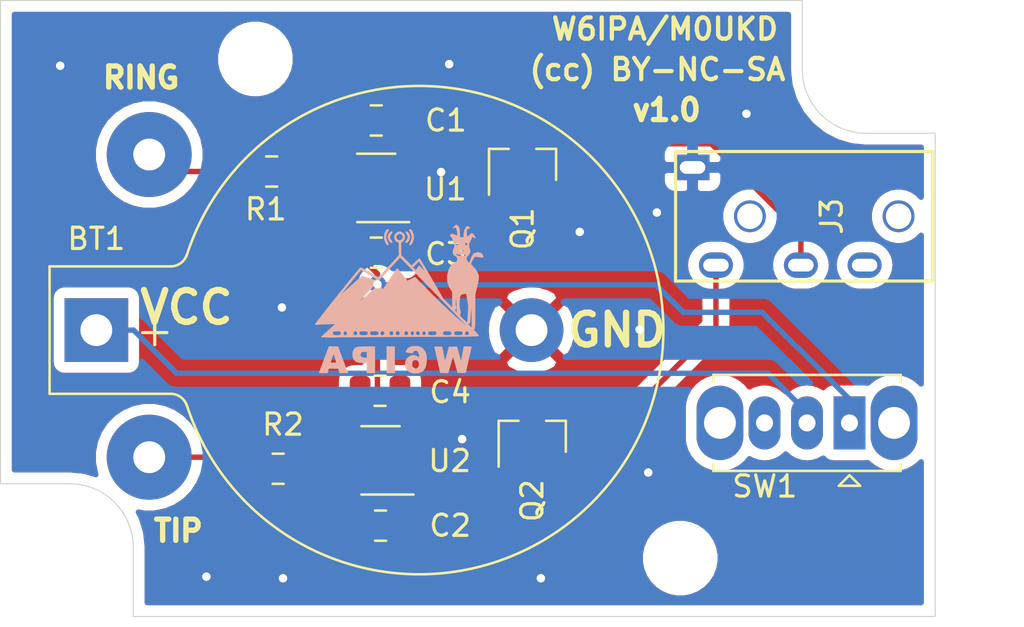
<source format=kicad_pcb>
(kicad_pcb (version 20171130) (host pcbnew "(5.1.4-0)")

  (general
    (thickness 1.6)
    (drawings 17)
    (tracks 74)
    (zones 0)
    (modules 18)
    (nets 16)
  )

  (page A4)
  (layers
    (0 F.Cu signal)
    (31 B.Cu signal)
    (32 B.Adhes user)
    (33 F.Adhes user)
    (34 B.Paste user)
    (35 F.Paste user)
    (36 B.SilkS user)
    (37 F.SilkS user)
    (38 B.Mask user)
    (39 F.Mask user)
    (40 Dwgs.User user)
    (41 Cmts.User user)
    (42 Eco1.User user)
    (43 Eco2.User user)
    (44 Edge.Cuts user)
    (45 Margin user)
    (46 B.CrtYd user hide)
    (47 F.CrtYd user hide)
    (48 B.Fab user hide)
    (49 F.Fab user hide)
  )

  (setup
    (last_trace_width 0.254)
    (user_trace_width 0.254)
    (trace_clearance 0.2)
    (zone_clearance 0.508)
    (zone_45_only no)
    (trace_min 0.2)
    (via_size 0.8)
    (via_drill 0.4)
    (via_min_size 0.4)
    (via_min_drill 0.3)
    (uvia_size 0.3)
    (uvia_drill 0.1)
    (uvias_allowed no)
    (uvia_min_size 0.2)
    (uvia_min_drill 0.1)
    (edge_width 0.05)
    (segment_width 0.2)
    (pcb_text_width 0.3)
    (pcb_text_size 1.5 1.5)
    (mod_edge_width 0.12)
    (mod_text_size 1 1)
    (mod_text_width 0.15)
    (pad_size 1.524 1.524)
    (pad_drill 0.762)
    (pad_to_mask_clearance 0.051)
    (solder_mask_min_width 0.25)
    (aux_axis_origin 0 0)
    (visible_elements FFFFFF7F)
    (pcbplotparams
      (layerselection 0x010fc_ffffffff)
      (usegerberextensions false)
      (usegerberattributes false)
      (usegerberadvancedattributes false)
      (creategerberjobfile false)
      (excludeedgelayer true)
      (linewidth 0.100000)
      (plotframeref false)
      (viasonmask false)
      (mode 1)
      (useauxorigin false)
      (hpglpennumber 1)
      (hpglpenspeed 20)
      (hpglpendiameter 15.000000)
      (psnegative false)
      (psa4output false)
      (plotreference true)
      (plotvalue true)
      (plotinvisibletext false)
      (padsonsilk false)
      (subtractmaskfromsilk false)
      (outputformat 1)
      (mirror false)
      (drillshape 0)
      (scaleselection 1)
      (outputdirectory "gerber/"))
  )

  (net 0 "")
  (net 1 +3V0)
  (net 2 sleeve)
  (net 3 "Net-(C1-Pad2)")
  (net 4 "Net-(C1-Pad1)")
  (net 5 "Net-(C4-Pad2)")
  (net 6 "Net-(C4-Pad1)")
  (net 7 "Net-(J1-Pad1)")
  (net 8 "Net-(J2-Pad1)")
  (net 9 tip)
  (net 10 ring)
  (net 11 "Net-(J3-PadR2)")
  (net 12 "Net-(C2-Pad1)")
  (net 13 "Net-(SW1-Pad3)")
  (net 14 "Net-(Q1-Pad1)")
  (net 15 "Net-(Q2-Pad1)")

  (net_class Default "This is the default net class."
    (clearance 0.2)
    (trace_width 0.25)
    (via_dia 0.8)
    (via_drill 0.4)
    (uvia_dia 0.3)
    (uvia_drill 0.1)
    (add_net +3V0)
    (add_net "Net-(C1-Pad1)")
    (add_net "Net-(C1-Pad2)")
    (add_net "Net-(C2-Pad1)")
    (add_net "Net-(C4-Pad1)")
    (add_net "Net-(C4-Pad2)")
    (add_net "Net-(J1-Pad1)")
    (add_net "Net-(J2-Pad1)")
    (add_net "Net-(J3-PadR2)")
    (add_net "Net-(Q1-Pad1)")
    (add_net "Net-(Q2-Pad1)")
    (add_net "Net-(SW1-Pad3)")
    (add_net ring)
    (add_net sleeve)
    (add_net tip)
  )

  (module w6ipa-footprints:W6IPA-Logo-9mmx8mm (layer B.Cu) (tedit 5CDCD8ED) (tstamp 5E3D0FF2)
    (at 157.4546 44.2976 180)
    (path /5E3CD739)
    (fp_text reference LOGO1 (at 0 0) (layer B.SilkS) hide
      (effects (font (size 1.524 1.524) (thickness 0.3)) (justify mirror))
    )
    (fp_text value dahu-logo (at 0.75 0) (layer B.SilkS) hide
      (effects (font (size 1.524 1.524) (thickness 0.3)) (justify mirror))
    )
    (fp_poly (pts (xy -0.937887 -1.976536) (xy -0.837257 -2.002417) (xy -0.75763 -2.049036) (xy -0.735246 -2.068625)
      (xy -0.690957 -2.117872) (xy -0.649879 -2.174933) (xy -0.62136 -2.225741) (xy -0.613833 -2.251338)
      (xy -0.63251 -2.260189) (xy -0.679198 -2.270461) (xy -0.6985 -2.273556) (xy -0.804164 -2.289166)
      (xy -0.875514 -2.298725) (xy -0.920218 -2.301604) (xy -0.945946 -2.297176) (xy -0.960368 -2.284814)
      (xy -0.971154 -2.26389) (xy -0.977226 -2.250758) (xy -1.017621 -2.198704) (xy -1.075918 -2.181381)
      (xy -1.135486 -2.189629) (xy -1.186445 -2.224163) (xy -1.226197 -2.299068) (xy -1.254478 -2.413821)
      (xy -1.257021 -2.429803) (xy -1.270797 -2.52069) (xy -1.210308 -2.475968) (xy -1.102007 -2.420384)
      (xy -0.985052 -2.402726) (xy -0.867651 -2.422087) (xy -0.758012 -2.477564) (xy -0.694555 -2.532818)
      (xy -0.636299 -2.610566) (xy -0.603922 -2.698992) (xy -0.592794 -2.811506) (xy -0.592667 -2.827971)
      (xy -0.610934 -2.96238) (xy -0.663839 -3.074655) (xy -0.748538 -3.162338) (xy -0.862184 -3.222971)
      (xy -1.001934 -3.254097) (xy -1.090083 -3.257729) (xy -1.16424 -3.253461) (xy -1.228982 -3.24465)
      (xy -1.248971 -3.23989) (xy -1.374214 -3.18601) (xy -1.471033 -3.107719) (xy -1.540991 -3.002297)
      (xy -1.585651 -2.867028) (xy -1.591028 -2.823895) (xy -1.248833 -2.823895) (xy -1.233929 -2.915623)
      (xy -1.19403 -2.984526) (xy -1.136361 -3.026263) (xy -1.068145 -3.036491) (xy -0.996608 -3.010869)
      (xy -0.970471 -2.991196) (xy -0.935526 -2.93672) (xy -0.920243 -2.861736) (xy -0.923619 -2.780289)
      (xy -0.94465 -2.706425) (xy -0.982336 -2.654191) (xy -0.995137 -2.645671) (xy -1.075193 -2.622341)
      (xy -1.147479 -2.636401) (xy -1.204965 -2.68291) (xy -1.240622 -2.756932) (xy -1.248833 -2.823895)
      (xy -1.591028 -2.823895) (xy -1.606576 -2.699193) (xy -1.608667 -2.614561) (xy -1.601878 -2.455112)
      (xy -1.57981 -2.327817) (xy -1.53991 -2.224451) (xy -1.479623 -2.136793) (xy -1.450659 -2.105711)
      (xy -1.368592 -2.037253) (xy -1.279884 -1.994517) (xy -1.172498 -1.973182) (xy -1.068777 -1.968618)
      (xy -0.937887 -1.976536)) (layer B.SilkS) (width 0.01))
    (fp_poly (pts (xy -3.292181 -2.327757) (xy -3.271002 -2.440433) (xy -3.251944 -2.536195) (xy -3.236427 -2.608333)
      (xy -3.225875 -2.650137) (xy -3.222227 -2.657782) (xy -3.214175 -2.635648) (xy -3.19716 -2.579735)
      (xy -3.17325 -2.497135) (xy -3.144511 -2.394942) (xy -3.125211 -2.324984) (xy -3.036259 -2.00025)
      (xy -2.658279 -2.00025) (xy -2.581509 -2.275417) (xy -2.551462 -2.383152) (xy -2.524092 -2.48136)
      (xy -2.502156 -2.560144) (xy -2.48841 -2.609609) (xy -2.487171 -2.614083) (xy -2.479498 -2.631915)
      (xy -2.470703 -2.628184) (xy -2.459522 -2.59872) (xy -2.444693 -2.539358) (xy -2.424954 -2.445927)
      (xy -2.403819 -2.338917) (xy -2.338036 -2.00025) (xy -2.151572 -1.994109) (xy -2.062586 -1.991875)
      (xy -2.008332 -1.993255) (xy -1.98127 -1.999614) (xy -1.97386 -2.01232) (xy -1.976368 -2.025859)
      (xy -1.98381 -2.056168) (xy -1.998938 -2.121899) (xy -2.020418 -2.21711) (xy -2.046919 -2.335863)
      (xy -2.077106 -2.472217) (xy -2.105926 -2.603254) (xy -2.138362 -2.750918) (xy -2.168333 -2.886872)
      (xy -2.19449 -3.005034) (xy -2.215485 -3.099325) (xy -2.229967 -3.163665) (xy -2.236241 -3.190629)
      (xy -2.244689 -3.213524) (xy -2.261818 -3.227658) (xy -2.296373 -3.23513) (xy -2.357099 -3.238042)
      (xy -2.435565 -3.2385) (xy -2.622874 -3.2385) (xy -2.664539 -3.095625) (xy -2.687473 -3.015845)
      (xy -2.717384 -2.910196) (xy -2.750057 -2.793638) (xy -2.775679 -2.701398) (xy -2.802602 -2.608429)
      (xy -2.826141 -2.535382) (xy -2.843939 -2.488996) (xy -2.853638 -2.476014) (xy -2.854143 -2.477013)
      (xy -2.862489 -2.505397) (xy -2.880075 -2.567447) (xy -2.904899 -2.656015) (xy -2.934956 -2.763956)
      (xy -2.963219 -2.865948) (xy -3.063305 -3.227917) (xy -3.256736 -3.234002) (xy -3.341299 -3.235503)
      (xy -3.407103 -3.234462) (xy -3.444789 -3.23114) (xy -3.450167 -3.22863) (xy -3.454581 -3.205178)
      (xy -3.466878 -3.14681) (xy -3.485643 -3.059906) (xy -3.509458 -2.950848) (xy -3.536908 -2.826018)
      (xy -3.566576 -2.691799) (xy -3.597046 -2.55457) (xy -3.626901 -2.420716) (xy -3.654726 -2.296616)
      (xy -3.679103 -2.188654) (xy -3.698617 -2.103211) (xy -3.711852 -2.046669) (xy -3.716911 -2.026708)
      (xy -3.718357 -2.008973) (xy -3.704544 -1.997981) (xy -3.668002 -1.992159) (xy -3.601263 -1.989932)
      (xy -3.541129 -1.989667) (xy -3.354071 -1.989667) (xy -3.292181 -2.327757)) (layer B.SilkS) (width 0.01))
    (fp_poly (pts (xy 0.275167 -3.2385) (xy -0.105833 -3.2385) (xy -0.105833 -1.989667) (xy 0.275167 -1.989667)
      (xy 0.275167 -3.2385)) (layer B.SilkS) (width 0.01))
    (fp_poly (pts (xy 1.387376 -1.991047) (xy 1.51733 -1.99624) (xy 1.616679 -2.006827) (xy 1.691259 -2.024387)
      (xy 1.746904 -2.050499) (xy 1.789451 -2.086743) (xy 1.824734 -2.134699) (xy 1.837603 -2.156592)
      (xy 1.875973 -2.26149) (xy 1.886036 -2.378884) (xy 1.869037 -2.495392) (xy 1.826217 -2.597632)
      (xy 1.792465 -2.642553) (xy 1.734963 -2.693892) (xy 1.668442 -2.729287) (xy 1.58321 -2.751951)
      (xy 1.46958 -2.765099) (xy 1.412875 -2.768469) (xy 1.2065 -2.778493) (xy 1.2065 -3.2385)
      (xy 0.8255 -3.2385) (xy 0.8255 -2.518833) (xy 1.2065 -2.518833) (xy 1.289789 -2.518833)
      (xy 1.360065 -2.51339) (xy 1.421992 -2.500075) (xy 1.42794 -2.497974) (xy 1.483302 -2.456941)
      (xy 1.507725 -2.394397) (xy 1.498807 -2.328764) (xy 1.475831 -2.283481) (xy 1.442287 -2.257745)
      (xy 1.387009 -2.246329) (xy 1.317625 -2.243991) (xy 1.2065 -2.243667) (xy 1.2065 -2.518833)
      (xy 0.8255 -2.518833) (xy 0.8255 -1.989667) (xy 1.220984 -1.989667) (xy 1.387376 -1.991047)) (layer B.SilkS) (width 0.01))
    (fp_poly (pts (xy 3.232113 -2.614083) (xy 3.466055 -3.2385) (xy 3.056003 -3.2385) (xy 3.028701 -3.131972)
      (xy 3.001398 -3.025444) (xy 2.776658 -3.03143) (xy 2.551919 -3.037417) (xy 2.523562 -3.137958)
      (xy 2.495206 -3.2385) (xy 2.096118 -3.2385) (xy 2.135233 -3.137958) (xy 2.153275 -3.090837)
      (xy 2.183661 -3.010633) (xy 2.223915 -2.903916) (xy 2.271562 -2.777258) (xy 2.289411 -2.72971)
      (xy 2.651771 -2.72971) (xy 2.661284 -2.74397) (xy 2.693915 -2.750166) (xy 2.758253 -2.751643)
      (xy 2.779081 -2.751667) (xy 2.915182 -2.751667) (xy 2.850337 -2.54002) (xy 2.822685 -2.454828)
      (xy 2.798366 -2.389143) (xy 2.780398 -2.350582) (xy 2.772739 -2.344229) (xy 2.760173 -2.372744)
      (xy 2.738231 -2.436452) (xy 2.708731 -2.529717) (xy 2.673486 -2.646904) (xy 2.656787 -2.704042)
      (xy 2.651771 -2.72971) (xy 2.289411 -2.72971) (xy 2.324127 -2.63723) (xy 2.370473 -2.513542)
      (xy 2.566597 -1.989667) (xy 2.99817 -1.989667) (xy 3.232113 -2.614083)) (layer B.SilkS) (width 0.01))
    (fp_poly (pts (xy -2.96119 3.723333) (xy -2.90906 3.67428) (xy -2.89036 3.650824) (xy -2.850488 3.595012)
      (xy -2.839347 3.568784) (xy -2.856941 3.570631) (xy -2.89052 3.590528) (xy -2.931531 3.613102)
      (xy -2.958024 3.609969) (xy -2.976744 3.593995) (xy -3.007472 3.541902) (xy -3.031346 3.460274)
      (xy -3.045244 3.361745) (xy -3.047495 3.307632) (xy -3.048 3.218013) (xy -2.968625 3.257751)
      (xy -2.872045 3.299236) (xy -2.801797 3.312671) (xy -2.753119 3.298732) (xy -2.742614 3.289924)
      (xy -2.71379 3.247907) (xy -2.720005 3.206893) (xy -2.761538 3.157941) (xy -2.806647 3.097031)
      (xy -2.849987 3.006831) (xy -2.886346 2.900243) (xy -2.910509 2.79017) (xy -2.910716 2.788803)
      (xy -2.916729 2.720551) (xy -2.906726 2.673514) (xy -2.880931 2.633321) (xy -2.853023 2.576355)
      (xy -2.840165 2.504029) (xy -2.841168 2.427559) (xy -2.854846 2.35816) (xy -2.880011 2.307048)
      (xy -2.915475 2.285438) (xy -2.917779 2.285327) (xy -2.977592 2.264704) (xy -3.022656 2.211793)
      (xy -3.039834 2.162791) (xy -3.046612 2.076546) (xy -3.023307 2.015604) (xy -2.965477 1.971581)
      (xy -2.930417 1.956346) (xy -2.821448 1.892314) (xy -2.729748 1.790968) (xy -2.656372 1.654102)
      (xy -2.602375 1.483506) (xy -2.578607 1.358359) (xy -2.569482 1.168798) (xy -2.59739 0.985428)
      (xy -2.660397 0.815642) (xy -2.756567 0.666834) (xy -2.761078 0.66142) (xy -2.78038 0.637312)
      (xy -2.794439 0.613232) (xy -2.804085 0.582391) (xy -2.81015 0.538002) (xy -2.813464 0.473278)
      (xy -2.814858 0.38143) (xy -2.815163 0.25567) (xy -2.815167 0.219573) (xy -2.815167 -0.157993)
      (xy -2.597638 0.058795) (xy -2.38011 0.275583) (xy -1.842905 1.208645) (xy -1.737773 1.390463)
      (xy -1.638273 1.56103) (xy -1.634995 1.566597) (xy -1.507538 1.566597) (xy -1.497496 1.571116)
      (xy -1.46595 1.602343) (xy -1.409621 1.662241) (xy -1.393965 1.679045) (xy -1.259417 1.823506)
      (xy -1.177719 1.713525) (xy -1.096021 1.603543) (xy -1.030062 1.669502) (xy -0.964103 1.735462)
      (xy -1.100565 1.873148) (xy -1.161675 1.933572) (xy -1.211465 1.980502) (xy -1.242659 2.007189)
      (xy -1.249005 2.010833) (xy -1.265275 1.992629) (xy -1.29913 1.940255) (xy -1.348566 1.857071)
      (xy -1.411581 1.746436) (xy -1.476239 1.629833) (xy -1.499359 1.586824) (xy -1.507538 1.566597)
      (xy -1.634995 1.566597) (xy -1.546515 1.716835) (xy -1.464611 1.854363) (xy -1.394671 1.9701)
      (xy -1.338806 2.060534) (xy -1.299126 2.12215) (xy -1.277743 2.151434) (xy -1.275409 2.153331)
      (xy -1.246349 2.143809) (xy -1.193387 2.104908) (xy -1.120102 2.039455) (xy -1.071958 1.992692)
      (xy -0.898796 1.82043) (xy -0.655773 2.064113) (xy -0.41275 2.307795) (xy -0.405474 2.614398)
      (xy -0.403214 2.736935) (xy -0.403493 2.822998) (xy -0.406737 2.878393) (xy -0.413371 2.908926)
      (xy -0.423822 2.920404) (xy -0.427972 2.921) (xy -0.460628 2.935283) (xy -0.504874 2.970791)
      (xy -0.517042 2.982891) (xy -0.571612 3.066617) (xy -0.589792 3.158085) (xy -0.58386 3.191863)
      (xy -0.482733 3.191863) (xy -0.481325 3.127335) (xy -0.452913 3.070181) (xy -0.404843 3.027747)
      (xy -0.344462 3.00738) (xy -0.279115 3.016425) (xy -0.236081 3.042708) (xy -0.19737 3.09228)
      (xy -0.178658 3.137426) (xy -0.176213 3.182172) (xy -0.197512 3.224144) (xy -0.231205 3.261295)
      (xy -0.28074 3.303736) (xy -0.321932 3.317715) (xy -0.355075 3.313842) (xy -0.413026 3.287367)
      (xy -0.449792 3.256419) (xy -0.482733 3.191863) (xy -0.58386 3.191863) (xy -0.573985 3.248081)
      (xy -0.52659 3.327393) (xy -0.450011 3.38681) (xy -0.407161 3.404445) (xy -0.345292 3.420489)
      (xy -0.298977 3.418287) (xy -0.244897 3.396367) (xy -0.239827 3.393862) (xy -0.148323 3.329675)
      (xy -0.093404 3.247609) (xy -0.077036 3.153241) (xy -0.098072 3.05128) (xy -0.154715 2.972081)
      (xy -0.223286 2.926827) (xy -0.296333 2.891993) (xy -0.296334 2.665726) (xy -0.29739 2.565335)
      (xy -0.300241 2.474903) (xy -0.304406 2.406492) (xy -0.307762 2.378604) (xy -0.308855 2.35999)
      (xy -0.303462 2.338265) (xy -0.288827 2.310028) (xy -0.262194 2.271878) (xy -0.220807 2.220413)
      (xy -0.161909 2.152232) (xy -0.082743 2.063933) (xy 0.019446 1.952115) (xy 0.147414 1.813375)
      (xy 0.170344 1.788583) (xy 0.28629 1.663837) (xy 0.393329 1.549798) (xy 0.488047 1.450016)
      (xy 0.567032 1.368041) (xy 0.626868 1.307423) (xy 0.664144 1.271712) (xy 0.675335 1.263424)
      (xy 0.697266 1.275033) (xy 0.750001 1.305285) (xy 0.828082 1.350977) (xy 0.92605 1.408907)
      (xy 1.038448 1.475872) (xy 1.088066 1.505574) (xy 1.223832 1.586221) (xy 1.328174 1.646274)
      (xy 1.405381 1.687872) (xy 1.459738 1.713159) (xy 1.495532 1.724274) (xy 1.517051 1.723359)
      (xy 1.520545 1.721601) (xy 1.542359 1.699816) (xy 1.587531 1.648214) (xy 1.653619 1.569852)
      (xy 1.738182 1.467791) (xy 1.83878 1.34509) (xy 1.952973 1.204807) (xy 2.078319 1.050003)
      (xy 2.212377 0.883736) (xy 2.352708 0.709065) (xy 2.49687 0.529051) (xy 2.642422 0.346751)
      (xy 2.786923 0.165225) (xy 2.927934 -0.012467) (xy 3.063013 -0.183267) (xy 3.189719 -0.344115)
      (xy 3.305612 -0.491952) (xy 3.408251 -0.623718) (xy 3.495196 -0.736356) (xy 3.564004 -0.826804)
      (xy 3.612237 -0.892005) (xy 3.637452 -0.928899) (xy 3.640667 -0.935745) (xy 3.634957 -0.962312)
      (xy 3.61013 -0.970589) (xy 3.561292 -0.965944) (xy 3.514733 -0.961595) (xy 3.434343 -0.956562)
      (xy 3.328608 -0.951276) (xy 3.206015 -0.946166) (xy 3.090333 -0.942136) (xy 2.69875 -0.929771)
      (xy 2.8575 -1.077755) (xy 2.946993 -1.160439) (xy 3.05087 -1.255294) (xy 3.151762 -1.346493)
      (xy 3.189363 -1.380161) (xy 3.259537 -1.444008) (xy 3.316338 -1.498061) (xy 3.353213 -1.53593)
      (xy 3.363988 -1.550458) (xy 3.344559 -1.554642) (xy 3.290703 -1.558339) (xy 3.210324 -1.561471)
      (xy 3.111328 -1.563958) (xy 3.001619 -1.565721) (xy 2.8891 -1.566679) (xy 2.781678 -1.566754)
      (xy 2.687256 -1.565865) (xy 2.613739 -1.563934) (xy 2.569031 -1.560881) (xy 2.559403 -1.558553)
      (xy 2.537613 -1.557597) (xy 2.475766 -1.556509) (xy 2.376141 -1.555304) (xy 2.241013 -1.553995)
      (xy 2.07266 -1.552596) (xy 1.873358 -1.551124) (xy 1.645385 -1.549591) (xy 1.391018 -1.548012)
      (xy 1.112533 -1.546402) (xy 0.812207 -1.544775) (xy 0.492317 -1.543145) (xy 0.155141 -1.541527)
      (xy -0.197046 -1.539936) (xy -0.561965 -1.538385) (xy -0.751417 -1.537617) (xy -1.190314 -1.535843)
      (xy -1.588815 -1.534168) (xy -1.948854 -1.532562) (xy -2.272368 -1.530998) (xy -2.561293 -1.529448)
      (xy -2.817564 -1.527883) (xy -3.043118 -1.526277) (xy -3.239891 -1.524601) (xy -3.409818 -1.522826)
      (xy -3.554835 -1.520926) (xy -3.67688 -1.518872) (xy -3.777886 -1.516635) (xy -3.859791 -1.514189)
      (xy -3.924531 -1.511505) (xy -3.97404 -1.508555) (xy -4.010256 -1.505312) (xy -4.035115 -1.501746)
      (xy -4.050551 -1.497831) (xy -4.058502 -1.493538) (xy -4.060776 -1.489803) (xy -4.049539 -1.458427)
      (xy -4.011066 -1.405213) (xy -3.97567 -1.36525) (xy -3.598333 -1.36525) (xy -3.580568 -1.424094)
      (xy -3.53274 -1.456628) (xy -3.503083 -1.4605) (xy -3.45451 -1.449037) (xy -3.433233 -1.4351)
      (xy -3.407259 -1.384513) (xy -3.409678 -1.36525) (xy -3.302 -1.36525) (xy -3.293371 -1.411001)
      (xy -3.263147 -1.440068) (xy -3.204827 -1.455529) (xy -3.111909 -1.460466) (xy -3.100917 -1.4605)
      (xy -3.015422 -1.456901) (xy -2.952727 -1.447116) (xy -2.925233 -1.4351) (xy -2.904027 -1.393834)
      (xy -2.899833 -1.36525) (xy -2.772833 -1.36525) (xy -2.764204 -1.411001) (xy -2.73398 -1.440068)
      (xy -2.67566 -1.455529) (xy -2.582742 -1.460466) (xy -2.57175 -1.4605) (xy -2.486256 -1.456901)
      (xy -2.42356 -1.447116) (xy -2.396067 -1.4351) (xy -2.37486 -1.393834) (xy -2.370667 -1.36525)
      (xy -2.074333 -1.36525) (xy -2.065704 -1.411001) (xy -2.03548 -1.440068) (xy -1.97716 -1.455529)
      (xy -1.884242 -1.460466) (xy -1.87325 -1.4605) (xy -1.787756 -1.456901) (xy -1.72506 -1.447116)
      (xy -1.697567 -1.4351) (xy -1.67636 -1.393834) (xy -1.673814 -1.376475) (xy -1.562455 -1.376475)
      (xy -1.545966 -1.425033) (xy -1.507813 -1.456004) (xy -1.481667 -1.4605) (xy -1.436877 -1.445234)
      (xy -1.419134 -1.429915) (xy -1.398922 -1.381339) (xy -1.401422 -1.36525) (xy -1.291167 -1.36525)
      (xy -1.279704 -1.413824) (xy -1.265767 -1.4351) (xy -1.224501 -1.456306) (xy -1.195917 -1.4605)
      (xy -1.147343 -1.449037) (xy -1.126067 -1.4351) (xy -1.10486 -1.393834) (xy -1.102314 -1.376475)
      (xy -1.012122 -1.376475) (xy -0.995633 -1.425033) (xy -0.957479 -1.456004) (xy -0.931333 -1.4605)
      (xy -0.886543 -1.445234) (xy -0.8688 -1.429915) (xy -0.848588 -1.381339) (xy -0.851088 -1.36525)
      (xy -0.740833 -1.36525) (xy -0.729371 -1.413824) (xy -0.715433 -1.4351) (xy -0.674167 -1.456306)
      (xy -0.645583 -1.4605) (xy -0.59701 -1.449037) (xy -0.575733 -1.4351) (xy -0.554527 -1.393834)
      (xy -0.550333 -1.36525) (xy -0.338667 -1.36525) (xy -0.327204 -1.413824) (xy -0.313267 -1.4351)
      (xy -0.272001 -1.456306) (xy -0.243417 -1.4605) (xy -0.194843 -1.449037) (xy -0.173567 -1.4351)
      (xy -0.15236 -1.393834) (xy -0.148167 -1.36525) (xy -0.042333 -1.36525) (xy -0.030871 -1.413824)
      (xy -0.016933 -1.4351) (xy 0.024333 -1.456306) (xy 0.052917 -1.4605) (xy 0.10149 -1.449037)
      (xy 0.122767 -1.4351) (xy 0.143973 -1.393834) (xy 0.148167 -1.36525) (xy 0.381 -1.36525)
      (xy 0.392463 -1.413824) (xy 0.4064 -1.4351) (xy 0.447666 -1.456306) (xy 0.47625 -1.4605)
      (xy 0.524824 -1.449037) (xy 0.5461 -1.4351) (xy 0.567306 -1.393834) (xy 0.5715 -1.36525)
      (xy 0.656167 -1.36525) (xy 0.664796 -1.411001) (xy 0.69502 -1.440068) (xy 0.75334 -1.455529)
      (xy 0.846258 -1.460466) (xy 0.85725 -1.4605) (xy 0.942744 -1.456901) (xy 1.00544 -1.447116)
      (xy 1.032933 -1.4351) (xy 1.05414 -1.393834) (xy 1.058333 -1.36525) (xy 1.164167 -1.36525)
      (xy 1.172796 -1.411001) (xy 1.20302 -1.440068) (xy 1.26134 -1.455529) (xy 1.354258 -1.460466)
      (xy 1.36525 -1.4605) (xy 1.450744 -1.456901) (xy 1.51344 -1.447116) (xy 1.540933 -1.4351)
      (xy 1.56214 -1.393834) (xy 1.566333 -1.36525) (xy 1.651 -1.36525) (xy 1.668766 -1.424094)
      (xy 1.716593 -1.456628) (xy 1.74625 -1.4605) (xy 1.794824 -1.449037) (xy 1.8161 -1.4351)
      (xy 1.842075 -1.384513) (xy 1.841066 -1.376475) (xy 2.141712 -1.376475) (xy 2.158201 -1.425033)
      (xy 2.196354 -1.456004) (xy 2.2225 -1.4605) (xy 2.26729 -1.445234) (xy 2.285033 -1.429915)
      (xy 2.305245 -1.381339) (xy 2.302745 -1.36525) (xy 2.434167 -1.36525) (xy 2.443594 -1.41225)
      (xy 2.476102 -1.441672) (xy 2.538032 -1.456686) (xy 2.624667 -1.4605) (xy 2.704664 -1.456708)
      (xy 2.764515 -1.446585) (xy 2.789767 -1.4351) (xy 2.810973 -1.393834) (xy 2.815167 -1.36525)
      (xy 2.805739 -1.31825) (xy 2.773231 -1.288828) (xy 2.711301 -1.273814) (xy 2.624667 -1.27)
      (xy 2.530666 -1.274713) (xy 2.471822 -1.290967) (xy 2.441795 -1.321933) (xy 2.434167 -1.36525)
      (xy 2.302745 -1.36525) (xy 2.297496 -1.331471) (xy 2.269314 -1.29143) (xy 2.228227 -1.272335)
      (xy 2.185458 -1.282853) (xy 2.14982 -1.324393) (xy 2.141712 -1.376475) (xy 1.841066 -1.376475)
      (xy 1.835325 -1.330763) (xy 1.801797 -1.287908) (xy 1.747438 -1.270007) (xy 1.74625 -1.27)
      (xy 1.687406 -1.287766) (xy 1.654872 -1.335593) (xy 1.651 -1.36525) (xy 1.566333 -1.36525)
      (xy 1.557704 -1.319499) (xy 1.52748 -1.290432) (xy 1.46916 -1.27497) (xy 1.376242 -1.270033)
      (xy 1.36525 -1.27) (xy 1.268664 -1.274088) (xy 1.207301 -1.288404) (xy 1.17466 -1.316029)
      (xy 1.164237 -1.360043) (xy 1.164167 -1.36525) (xy 1.058333 -1.36525) (xy 1.049704 -1.319499)
      (xy 1.01948 -1.290432) (xy 0.96116 -1.27497) (xy 0.868242 -1.270033) (xy 0.85725 -1.27)
      (xy 0.760664 -1.274088) (xy 0.699301 -1.288404) (xy 0.66666 -1.316029) (xy 0.656237 -1.360043)
      (xy 0.656167 -1.36525) (xy 0.5715 -1.36525) (xy 0.560037 -1.316676) (xy 0.5461 -1.2954)
      (xy 0.504834 -1.274193) (xy 0.47625 -1.27) (xy 0.427676 -1.281463) (xy 0.4064 -1.2954)
      (xy 0.385193 -1.336666) (xy 0.381 -1.36525) (xy 0.148167 -1.36525) (xy 0.136704 -1.316676)
      (xy 0.122767 -1.2954) (xy 0.0815 -1.274193) (xy 0.052917 -1.27) (xy 0.004343 -1.281463)
      (xy -0.016933 -1.2954) (xy -0.03814 -1.336666) (xy -0.042333 -1.36525) (xy -0.148167 -1.36525)
      (xy -0.15963 -1.316676) (xy -0.173567 -1.2954) (xy -0.214833 -1.274193) (xy -0.243417 -1.27)
      (xy -0.291991 -1.281463) (xy -0.313267 -1.2954) (xy -0.334473 -1.336666) (xy -0.338667 -1.36525)
      (xy -0.550333 -1.36525) (xy -0.561796 -1.316676) (xy -0.575733 -1.2954) (xy -0.617 -1.274193)
      (xy -0.645583 -1.27) (xy -0.694157 -1.281463) (xy -0.715433 -1.2954) (xy -0.73664 -1.336666)
      (xy -0.740833 -1.36525) (xy -0.851088 -1.36525) (xy -0.856338 -1.331471) (xy -0.88452 -1.29143)
      (xy -0.925606 -1.272335) (xy -0.968375 -1.282853) (xy -1.004013 -1.324393) (xy -1.012122 -1.376475)
      (xy -1.102314 -1.376475) (xy -1.100667 -1.36525) (xy -1.11213 -1.316676) (xy -1.126067 -1.2954)
      (xy -1.167333 -1.274193) (xy -1.195917 -1.27) (xy -1.244491 -1.281463) (xy -1.265767 -1.2954)
      (xy -1.286973 -1.336666) (xy -1.291167 -1.36525) (xy -1.401422 -1.36525) (xy -1.406671 -1.331471)
      (xy -1.434853 -1.29143) (xy -1.47594 -1.272335) (xy -1.518708 -1.282853) (xy -1.554347 -1.324393)
      (xy -1.562455 -1.376475) (xy -1.673814 -1.376475) (xy -1.672167 -1.36525) (xy -1.680796 -1.319499)
      (xy -1.71102 -1.290432) (xy -1.76934 -1.27497) (xy -1.862258 -1.270033) (xy -1.87325 -1.27)
      (xy -1.969836 -1.274088) (xy -2.031199 -1.288404) (xy -2.06384 -1.316029) (xy -2.074263 -1.360043)
      (xy -2.074333 -1.36525) (xy -2.370667 -1.36525) (xy -2.379296 -1.319499) (xy -2.40952 -1.290432)
      (xy -2.46784 -1.27497) (xy -2.560758 -1.270033) (xy -2.57175 -1.27) (xy -2.668336 -1.274088)
      (xy -2.729699 -1.288404) (xy -2.76234 -1.316029) (xy -2.772763 -1.360043) (xy -2.772833 -1.36525)
      (xy -2.899833 -1.36525) (xy -2.908463 -1.319499) (xy -2.938687 -1.290432) (xy -2.997007 -1.27497)
      (xy -3.089925 -1.270033) (xy -3.100917 -1.27) (xy -3.197503 -1.274088) (xy -3.258865 -1.288404)
      (xy -3.291507 -1.316029) (xy -3.30193 -1.360043) (xy -3.302 -1.36525) (xy -3.409678 -1.36525)
      (xy -3.414009 -1.330763) (xy -3.447537 -1.287908) (xy -3.501895 -1.270007) (xy -3.503083 -1.27)
      (xy -3.561927 -1.287766) (xy -3.594461 -1.335593) (xy -3.598333 -1.36525) (xy -3.97567 -1.36525)
      (xy -3.94996 -1.336224) (xy -3.923193 -1.308578) (xy -3.865885 -1.248555) (xy -3.826535 -1.203173)
      (xy -3.809712 -1.177991) (xy -3.813669 -1.175313) (xy -3.833369 -1.179808) (xy -3.849616 -1.174758)
      (xy -3.862739 -1.156628) (xy -3.873065 -1.121884) (xy -3.880922 -1.066989) (xy -3.886638 -0.988409)
      (xy -3.890541 -0.88261) (xy -3.892959 -0.746056) (xy -3.893689 -0.647036) (xy -3.725333 -0.647036)
      (xy -3.725333 -1.110627) (xy -3.637992 -1.023286) (xy -3.618335 -1.000976) (xy -3.468728 -1.000976)
      (xy -3.466508 -1.003084) (xy -3.435704 -0.979752) (xy -3.379426 -0.933603) (xy -3.300783 -0.867261)
      (xy -3.202885 -0.783348) (xy -3.088842 -0.684487) (xy -2.963333 -0.57468) (xy -2.645265 -0.2884)
      (xy -2.313348 0.023904) (xy -1.96392 0.36572) (xy -1.731601 0.599353) (xy -1.060786 1.280583)
      (xy -0.881581 1.191741) (xy -0.702376 1.102898) (xy -0.46776 1.398116) (xy -0.391407 1.493029)
      (xy -0.323626 1.575094) (xy -0.268913 1.639042) (xy -0.231766 1.679605) (xy -0.217113 1.691767)
      (xy -0.20179 1.674353) (xy -0.166484 1.625954) (xy -0.11429 1.551076) (xy -0.048303 1.454223)
      (xy 0.028381 1.339901) (xy 0.112667 1.212615) (xy 0.125835 1.19259) (xy 0.452753 0.694979)
      (xy 0.524046 0.836394) (xy 0.560767 0.907993) (xy 0.585047 0.947554) (xy 0.603486 0.960847)
      (xy 0.622684 0.953644) (xy 0.641044 0.938697) (xy 0.667886 0.914934) (xy 0.721759 0.866591)
      (xy 0.798359 0.797551) (xy 0.893383 0.711701) (xy 1.002529 0.612926) (xy 1.121492 0.505109)
      (xy 1.163583 0.466927) (xy 1.278942 0.362621) (xy 1.38076 0.271272) (xy 1.465812 0.195714)
      (xy 1.530875 0.138781) (xy 1.572728 0.103305) (xy 1.588146 0.09212) (xy 1.584945 0.096511)
      (xy 1.539623 0.146785) (xy 1.471774 0.22126) (xy 1.384258 0.316845) (xy 1.279932 0.430452)
      (xy 1.161655 0.558991) (xy 1.032286 0.699373) (xy 0.894682 0.84851) (xy 0.751702 1.003312)
      (xy 0.606206 1.16069) (xy 0.602425 1.164777) (xy 0.766123 1.164777) (xy 0.767046 1.150595)
      (xy 0.769682 1.147413) (xy 0.786545 1.138452) (xy 0.815623 1.138005) (xy 0.862901 1.147476)
      (xy 0.934363 1.16827) (xy 1.035991 1.201792) (xy 1.110794 1.227509) (xy 1.219625 1.264114)
      (xy 1.315106 1.294092) (xy 1.38981 1.315278) (xy 1.436312 1.325507) (xy 1.447314 1.325622)
      (xy 1.468444 1.309215) (xy 1.516682 1.267822) (xy 1.587944 1.205075) (xy 1.678142 1.124605)
      (xy 1.783191 1.030043) (xy 1.899004 0.925023) (xy 1.93675 0.890639) (xy 2.054117 0.783788)
      (xy 2.161035 0.686783) (xy 2.253608 0.603136) (xy 2.327938 0.536354) (xy 2.380128 0.489948)
      (xy 2.406279 0.467426) (xy 2.408539 0.465833) (xy 2.397209 0.481637) (xy 2.362253 0.526635)
      (xy 2.30664 0.597089) (xy 2.233344 0.68926) (xy 2.145335 0.79941) (xy 2.045586 0.9238)
      (xy 1.953908 1.037787) (xy 1.84548 1.171446) (xy 1.744796 1.293689) (xy 1.655042 1.400792)
      (xy 1.579403 1.489029) (xy 1.521067 1.554676) (xy 1.483218 1.594009) (xy 1.46962 1.603995)
      (xy 1.444871 1.591705) (xy 1.389891 1.56098) (xy 1.310681 1.515284) (xy 1.213238 1.45808)
      (xy 1.103562 1.392833) (xy 1.093703 1.386929) (xy 0.970569 1.312483) (xy 0.880241 1.255999)
      (xy 0.818723 1.214524) (xy 0.782016 1.185101) (xy 0.766123 1.164777) (xy 0.602425 1.164777)
      (xy 0.46105 1.317554) (xy 0.319094 1.470816) (xy 0.183196 1.617386) (xy 0.056215 1.754176)
      (xy -0.058991 1.878095) (xy -0.159564 1.986056) (xy -0.242645 2.074969) (xy -0.305376 2.141744)
      (xy -0.344897 2.183292) (xy -0.358291 2.196578) (xy -0.374367 2.182428) (xy -0.41751 2.140252)
      (xy -0.485367 2.072468) (xy -0.575588 1.981493) (xy -0.685821 1.869743) (xy -0.813716 1.739635)
      (xy -0.95692 1.593587) (xy -1.113084 1.434015) (xy -1.279856 1.263337) (xy -1.454884 1.083969)
      (xy -1.635818 0.898328) (xy -1.820306 0.708832) (xy -2.005997 0.517898) (xy -2.19054 0.327942)
      (xy -2.371585 0.141381) (xy -2.546779 -0.039367) (xy -2.713771 -0.211885) (xy -2.870212 -0.373758)
      (xy -3.013748 -0.522566) (xy -3.14203 -0.655895) (xy -3.252706 -0.771325) (xy -3.343424 -0.866442)
      (xy -3.411834 -0.938827) (xy -3.455585 -0.986063) (xy -3.468728 -1.000976) (xy -3.618335 -1.000976)
      (xy -3.590583 -0.969481) (xy -3.566273 -0.92805) (xy -3.565794 -0.911445) (xy -3.58793 -0.898084)
      (xy -3.609302 -0.910486) (xy -3.621323 -0.917351) (xy -3.631244 -0.912629) (xy -3.639883 -0.891569)
      (xy -3.648059 -0.849418) (xy -3.656591 -0.781425) (xy -3.666298 -0.682838) (xy -3.677998 -0.548907)
      (xy -3.684068 -0.476604) (xy -3.693283 -0.37343) (xy -3.702204 -0.286468) (xy -3.709907 -0.223902)
      (xy -3.715468 -0.193914) (xy -3.71616 -0.192618) (xy -3.718825 -0.210024) (xy -3.721186 -0.263867)
      (xy -3.723123 -0.34825) (xy -3.724518 -0.457276) (xy -3.725251 -0.585051) (xy -3.725333 -0.647036)
      (xy -3.893689 -0.647036) (xy -3.894219 -0.575212) (xy -3.89465 -0.366543) (xy -3.894667 -0.302101)
      (xy -3.894707 -0.127283) (xy -3.563657 -0.127283) (xy -3.561511 -0.205862) (xy -3.557428 -0.305166)
      (xy -3.551915 -0.416214) (xy -3.545482 -0.530026) (xy -3.538635 -0.637623) (xy -3.531884 -0.730025)
      (xy -3.525737 -0.798252) (xy -3.520701 -0.833323) (xy -3.520621 -0.833604) (xy -3.511026 -0.846587)
      (xy -3.491077 -0.841678) (xy -3.455905 -0.815395) (xy -3.400639 -0.764259) (xy -3.340283 -0.704712)
      (xy -3.171537 -0.535966) (xy -3.194492 -0.450721) (xy -3.204489 -0.390407) (xy -3.026833 -0.390407)
      (xy -2.980544 -0.344117) (xy -2.950202 -0.309551) (xy -2.949092 -0.285174) (xy -2.96996 -0.258372)
      (xy -3.001496 -0.197382) (xy -2.9983 -0.119298) (xy -2.983036 -0.070231) (xy -2.971585 -0.004791)
      (xy -2.972035 0.097829) (xy -2.977422 0.169272) (xy -2.99444 0.34925) (xy -3.00815 0.137583)
      (xy -3.014667 0.023764) (xy -3.020153 -0.096158) (xy -3.023711 -0.201708) (xy -3.024347 -0.232245)
      (xy -3.026833 -0.390407) (xy -3.204489 -0.390407) (xy -3.206488 -0.37835) (xy -3.196668 -0.309761)
      (xy -3.18564 -0.275326) (xy -3.170068 -0.205087) (xy -3.159766 -0.105602) (xy -3.154997 0.010337)
      (xy -3.156026 0.12994) (xy -3.163117 0.240414) (xy -3.173459 0.314281) (xy -3.198078 0.396768)
      (xy -3.239103 0.447058) (xy -3.306078 0.473655) (xy -3.361227 0.48164) (xy -3.465949 0.491702)
      (xy -3.51304 0.236235) (xy -3.531725 0.13153) (xy -3.547474 0.036998) (xy -3.558596 -0.036774)
      (xy -3.563357 -0.078408) (xy -3.563657 -0.127283) (xy -3.894707 -0.127283) (xy -3.894715 -0.096818)
      (xy -3.895041 0.071047) (xy -3.895918 0.206408) (xy -3.897618 0.314179) (xy -3.900413 0.399276)
      (xy -3.904576 0.466614) (xy -3.91038 0.521106) (xy -3.918096 0.567668) (xy -3.927997 0.611214)
      (xy -3.940356 0.656659) (xy -3.949589 0.688694) (xy -3.996648 0.865024) (xy -4.032511 1.028771)
      (xy -4.055513 1.171218) (xy -4.063987 1.283647) (xy -4.064 1.287433) (xy -4.043735 1.407667)
      (xy -3.983183 1.539005) (xy -3.882715 1.680751) (xy -3.816633 1.756383) (xy -3.684613 1.898977)
      (xy -3.754564 2.044863) (xy -3.799807 2.136097) (xy -3.83697 2.194401) (xy -3.875752 2.225265)
      (xy -3.925857 2.234176) (xy -3.996984 2.226624) (xy -4.05687 2.215899) (xy -4.163312 2.199058)
      (xy -4.232928 2.197002) (xy -4.269322 2.211966) (xy -4.276099 2.246185) (xy -4.256863 2.301897)
      (xy -4.242511 2.331052) (xy -4.186114 2.397388) (xy -4.104962 2.435498) (xy -4.007 2.444037)
      (xy -3.900177 2.421662) (xy -3.84543 2.398211) (xy -3.795106 2.353898) (xy -3.744357 2.275693)
      (xy -3.697552 2.171769) (xy -3.659054 2.050296) (xy -3.658607 2.048561) (xy -3.641258 1.990315)
      (xy -3.625701 1.953721) (xy -3.619459 1.947333) (xy -3.597923 1.961245) (xy -3.559939 1.996066)
      (xy -3.545144 2.011119) (xy -3.493575 2.088479) (xy -3.482408 2.166935) (xy -3.511524 2.240912)
      (xy -3.550956 2.28309) (xy -3.560428 2.293966) (xy -3.447861 2.293966) (xy -3.446694 2.292399)
      (xy -3.404996 2.270084) (xy -3.34701 2.266708) (xy -3.294379 2.282417) (xy -3.282421 2.291292)
      (xy -3.257302 2.307136) (xy -3.244674 2.291292) (xy -3.216955 2.270794) (xy -3.163916 2.266117)
      (xy -3.099338 2.276854) (xy -3.046949 2.297127) (xy -2.997265 2.3307) (xy -2.984623 2.356079)
      (xy -3.003889 2.368721) (xy -3.04993 2.364086) (xy -3.101489 2.345388) (xy -3.154299 2.330808)
      (xy -3.196181 2.344597) (xy -3.236046 2.355725) (xy -3.292104 2.355825) (xy -3.352835 2.3473)
      (xy -3.406719 2.332548) (xy -3.442234 2.31397) (xy -3.447861 2.293966) (xy -3.560428 2.293966)
      (xy -3.623171 2.366006) (xy -3.657154 2.459138) (xy -3.654208 2.509327) (xy -3.357167 2.509327)
      (xy -3.354366 2.496776) (xy -3.328012 2.485231) (xy -3.27752 2.480551) (xy -3.217532 2.482013)
      (xy -3.162689 2.488893) (xy -3.127634 2.500468) (xy -3.122083 2.50825) (xy -3.140758 2.52173)
      (xy -3.186867 2.532144) (xy -3.245539 2.537929) (xy -3.3019 2.537522) (xy -3.337513 2.530902)
      (xy -3.357167 2.509327) (xy -3.654208 2.509327) (xy -3.651443 2.556411) (xy -3.629953 2.611211)
      (xy -3.605234 2.691047) (xy -3.600517 2.78382) (xy -3.604296 2.804853) (xy -3.527283 2.804853)
      (xy -3.499759 2.780199) (xy -3.457445 2.773066) (xy -3.423461 2.786606) (xy -3.420687 2.790327)
      (xy -3.415924 2.826245) (xy -3.418198 2.833876) (xy -3.089718 2.833876) (xy -3.081232 2.794124)
      (xy -3.076222 2.786945) (xy -3.037983 2.773027) (xy -3.001196 2.790233) (xy -2.991852 2.805372)
      (xy -2.994734 2.8401) (xy -3.017034 2.878646) (xy -3.047182 2.906096) (xy -3.071996 2.908669)
      (xy -3.086365 2.879961) (xy -3.089718 2.833876) (xy -3.418198 2.833876) (xy -3.428562 2.868655)
      (xy -3.451107 2.897014) (xy -3.460627 2.899833) (xy -3.499919 2.88225) (xy -3.526192 2.842699)
      (xy -3.527283 2.804853) (xy -3.604296 2.804853) (xy -3.615839 2.86908) (xy -3.629445 2.899833)
      (xy -3.655785 2.948979) (xy -3.690417 3.017878) (xy -3.712635 3.063875) (xy -3.74345 3.123629)
      (xy -3.768992 3.163968) (xy -3.781013 3.175) (xy -3.805934 3.16187) (xy -3.844403 3.13017)
      (xy -3.845594 3.129056) (xy -3.88235 3.100552) (xy -3.905076 3.093826) (xy -3.905759 3.09437)
      (xy -3.909605 3.125114) (xy -3.890468 3.174542) (xy -3.8558 3.231914) (xy -3.813057 3.286493)
      (xy -3.769693 3.32754) (xy -3.733161 3.344317) (xy -3.732242 3.344334) (xy -3.702892 3.329763)
      (xy -3.658984 3.292674) (xy -3.633624 3.266736) (xy -3.576965 3.213673) (xy -3.536251 3.197537)
      (xy -3.509769 3.219467) (xy -3.495807 3.280601) (xy -3.4925 3.360603) (xy -3.496779 3.45531)
      (xy -3.511874 3.515) (xy -3.541178 3.546332) (xy -3.58808 3.555966) (xy -3.591983 3.556)
      (xy -3.629714 3.562087) (xy -3.640667 3.572457) (xy -3.624916 3.613018) (xy -3.588457 3.654768)
      (xy -3.547475 3.680761) (xy -3.535075 3.683) (xy -3.490129 3.663436) (xy -3.444977 3.61071)
      (xy -3.40375 3.53377) (xy -3.370577 3.441564) (xy -3.349591 3.343041) (xy -3.344333 3.269822)
      (xy -3.344333 3.153833) (xy -3.175 3.153833) (xy -3.175 3.346426) (xy -3.16825 3.487267)
      (xy -3.146914 3.592971) (xy -3.109367 3.668705) (xy -3.058402 3.716815) (xy -3.008482 3.736534)
      (xy -2.96119 3.723333)) (layer B.SilkS) (width 0.01))
    (fp_poly (pts (xy -0.8001 3.5179) (xy -0.784144 3.488653) (xy -0.79997 3.454876) (xy -0.873087 3.328196)
      (xy -0.904824 3.204597) (xy -0.895544 3.080102) (xy -0.845834 2.951168) (xy -0.806263 2.863931)
      (xy -0.793756 2.804938) (xy -0.808518 2.775792) (xy -0.823324 2.772833) (xy -0.853078 2.786377)
      (xy -0.877601 2.806792) (xy -0.947325 2.904447) (xy -0.990492 3.024752) (xy -1.005648 3.15627)
      (xy -0.99134 3.287564) (xy -0.952398 3.395447) (xy -0.90046 3.481539) (xy -0.854559 3.525864)
      (xy -0.814554 3.528538) (xy -0.8001 3.5179)) (layer B.SilkS) (width 0.01))
    (fp_poly (pts (xy 0.255766 3.52143) (xy 0.300368 3.478087) (xy 0.30887 3.46578) (xy 0.372844 3.331802)
      (xy 0.400142 3.189985) (xy 0.390499 3.048794) (xy 0.343653 2.916693) (xy 0.326851 2.887291)
      (xy 0.280099 2.818189) (xy 0.245039 2.784265) (xy 0.21614 2.782027) (xy 0.19236 2.802342)
      (xy 0.181168 2.828609) (xy 0.191213 2.864825) (xy 0.225012 2.921378) (xy 0.269523 3.010212)
      (xy 0.290645 3.114102) (xy 0.292314 3.133759) (xy 0.294681 3.20975) (xy 0.285385 3.268486)
      (xy 0.259648 3.330049) (xy 0.234627 3.376165) (xy 0.201991 3.44014) (xy 0.182638 3.490471)
      (xy 0.180475 3.51457) (xy 0.212666 3.534783) (xy 0.255766 3.52143)) (layer B.SilkS) (width 0.01))
    (fp_poly (pts (xy -0.620764 3.415684) (xy -0.618102 3.379323) (xy -0.645786 3.325295) (xy -0.66675 3.29814)
      (xy -0.712723 3.215799) (xy -0.717077 3.129874) (xy -0.679951 3.043754) (xy -0.655149 3.011857)
      (xy -0.616361 2.962266) (xy -0.605646 2.929931) (xy -0.615407 2.908521) (xy -0.639448 2.885339)
      (xy -0.663249 2.884345) (xy -0.696844 2.908941) (xy -0.738352 2.95019) (xy -0.798069 3.040372)
      (xy -0.825059 3.146741) (xy -0.817539 3.246174) (xy -0.79179 3.304664) (xy -0.749266 3.362821)
      (xy -0.700981 3.408312) (xy -0.657949 3.428801) (xy -0.654285 3.429) (xy -0.620764 3.415684)) (layer B.SilkS) (width 0.01))
    (fp_poly (pts (xy 0.083692 3.411415) (xy 0.133723 3.366472) (xy 0.180426 3.305887) (xy 0.213995 3.241376)
      (xy 0.22292 3.210624) (xy 0.22062 3.120973) (xy 0.186628 3.025846) (xy 0.126452 2.939964)
      (xy 0.118543 2.931786) (xy 0.066082 2.88876) (xy 0.029899 2.882673) (xy 0.007241 2.911494)
      (xy 0.01121 2.949663) (xy 0.03701 2.990869) (xy 0.099874 3.074815) (xy 0.123848 3.149446)
      (xy 0.109473 3.220851) (xy 0.0635 3.288183) (xy 0.017378 3.35121) (xy 0.001692 3.398188)
      (xy 0.017171 3.424716) (xy 0.04014 3.429) (xy 0.083692 3.411415)) (layer B.SilkS) (width 0.01))
  )

  (module Battery:BatteryHolder_Keystone_103_1x20mm (layer F.Cu) (tedit 5787C32C) (tstamp 5E369851)
    (at 143.51 45.5168)
    (descr http://www.keyelco.com/product-pdf.cfm?p=719)
    (tags "Keystone type 103 battery holder")
    (path /5E3CC0F6)
    (fp_text reference BT1 (at 0 -4.3) (layer F.SilkS)
      (effects (font (size 1 1) (thickness 0.15)))
    )
    (fp_text value Battery_Cell (at 15 13) (layer F.Fab)
      (effects (font (size 1 1) (thickness 0.15)))
    )
    (fp_arc (start -1.7 -2.5) (end -2.1 -2.5) (angle 90) (layer F.Fab) (width 0.1))
    (fp_arc (start -1.7 2.5) (end -2.1 2.5) (angle -90) (layer F.Fab) (width 0.1))
    (fp_line (start 0 -1.3) (end 0 1.3) (layer F.Fab) (width 0.1))
    (fp_arc (start 16.2 0) (end 16.2 -1.3) (angle 180) (layer F.Fab) (width 0.1))
    (fp_arc (start 3.5 -3.8) (end 3.5 -2.9) (angle -70) (layer F.Fab) (width 0.1))
    (fp_line (start 16.2 -1.3) (end 0 -1.3) (layer F.Fab) (width 0.1))
    (fp_line (start 0 1.3) (end 16.2 1.3) (layer F.Fab) (width 0.1))
    (fp_line (start -2.1 -2.5) (end -2.1 2.5) (layer F.Fab) (width 0.1))
    (fp_line (start -1.7 2.9) (end 3.5306 2.9) (layer F.Fab) (width 0.1))
    (fp_line (start 3.5306 -2.9) (end -1.7 -2.9) (layer F.Fab) (width 0.1))
    (fp_arc (start 15.2 0) (end 5.2 -1.3) (angle 180) (layer F.Fab) (width 0.1))
    (fp_arc (start 15.2 0) (end 9 -1.3) (angle 170) (layer F.Fab) (width 0.1))
    (fp_arc (start 15.2 0) (end 13.3 -1.3) (angle 150) (layer F.Fab) (width 0.1))
    (fp_line (start 23.5712 -7.7216) (end 22.6314 -6.858) (layer F.Fab) (width 0.1))
    (fp_line (start 23.5712 7.7216) (end 22.6568 6.8834) (layer F.Fab) (width 0.1))
    (fp_arc (start 15.2 0) (end 13.3 1.3) (angle -150) (layer F.Fab) (width 0.1))
    (fp_arc (start 15.2 0) (end 9 1.3) (angle -170) (layer F.Fab) (width 0.1))
    (fp_line (start -2.2 3) (end 3.5 3) (layer F.SilkS) (width 0.12))
    (fp_line (start -2.2 3) (end -2.2 -3) (layer F.SilkS) (width 0.12))
    (fp_line (start -2.2 -3) (end 3.5 -3) (layer F.SilkS) (width 0.12))
    (fp_line (start -2.45 3.25) (end -2.45 -3.25) (layer F.CrtYd) (width 0.05))
    (fp_line (start -2.45 3.25) (end 3.5 3.25) (layer F.CrtYd) (width 0.05))
    (fp_line (start -2.45 -3.25) (end 3.5 -3.25) (layer F.CrtYd) (width 0.05))
    (fp_arc (start 15.2 0) (end 5.2 1.3) (angle -180) (layer F.Fab) (width 0.1))
    (fp_arc (start 15.2 0) (end 4.35 -3.5) (angle 162.5) (layer F.Fab) (width 0.1))
    (fp_arc (start 15.2 0) (end 4.35 3.5) (angle -162.5) (layer F.Fab) (width 0.1))
    (fp_arc (start 3.5 3.8) (end 3.5 2.9) (angle 70) (layer F.Fab) (width 0.1))
    (fp_arc (start 3.5 -3.8) (end 3.5 -3) (angle -70) (layer F.SilkS) (width 0.12))
    (fp_arc (start 15.2 0) (end 4.25 -3.5) (angle 162.5) (layer F.SilkS) (width 0.12))
    (fp_arc (start 3.5 3.8) (end 3.5 3) (angle 70) (layer F.SilkS) (width 0.12))
    (fp_arc (start 15.2 0) (end 4.25 3.5) (angle -162.5) (layer F.SilkS) (width 0.12))
    (fp_arc (start 3.5 -3.8) (end 3.5 -3.25) (angle -70) (layer F.CrtYd) (width 0.05))
    (fp_arc (start 3.5 3.8) (end 3.5 3.25) (angle 70) (layer F.CrtYd) (width 0.05))
    (fp_arc (start 15.2 0) (end 4.01 -3.6) (angle 162.5) (layer F.CrtYd) (width 0.05))
    (fp_arc (start 15.2 0) (end 4.01 3.6) (angle -162.5) (layer F.CrtYd) (width 0.05))
    (fp_text user %R (at 0 0) (layer F.Fab)
      (effects (font (size 1 1) (thickness 0.15)))
    )
    (fp_text user + (at 2.75 0) (layer F.SilkS)
      (effects (font (size 1.5 1.5) (thickness 0.15)))
    )
    (pad 1 thru_hole rect (at 0 0) (size 3 3) (drill 1.5) (layers *.Cu *.Mask)
      (net 1 +3V0))
    (pad 2 thru_hole circle (at 20.49 0) (size 3 3) (drill 1.5) (layers *.Cu *.Mask)
      (net 2 sleeve))
    (model ${KISYS3DMOD}/Battery.3dshapes/BatteryHolder_Keystone_103_1x20mm.wrl
      (at (xyz 0 0 0))
      (scale (xyz 1 1 1))
      (rotate (xyz 0 0 0))
    )
  )

  (module Connector_Wire:SolderWirePad_1x01_Drill1.5mm (layer F.Cu) (tedit 5AEE5EB3) (tstamp 5E36989F)
    (at 146 37.25 90)
    (descr "Wire solder connection")
    (tags connector)
    (path /5E360F2D)
    (attr virtual)
    (fp_text reference J1 (at -0.1905 -3.2893 90) (layer F.SilkS) hide
      (effects (font (size 1 1) (thickness 0.15)))
    )
    (fp_text value TIP (at 0 3.81 90) (layer F.Fab)
      (effects (font (size 1 1) (thickness 0.15)))
    )
    (fp_line (start 2.5 2.5) (end -2.5 2.5) (layer F.CrtYd) (width 0.05))
    (fp_line (start 2.5 2.5) (end 2.5 -2.5) (layer F.CrtYd) (width 0.05))
    (fp_line (start -2.5 -2.5) (end -2.5 2.5) (layer F.CrtYd) (width 0.05))
    (fp_line (start -2.5 -2.5) (end 2.5 -2.5) (layer F.CrtYd) (width 0.05))
    (fp_text user %R (at 0 0 90) (layer F.Fab)
      (effects (font (size 1 1) (thickness 0.15)))
    )
    (pad 1 thru_hole circle (at 0 0 90) (size 4.0005 4.0005) (drill 1.50114) (layers *.Cu *.Mask)
      (net 7 "Net-(J1-Pad1)"))
  )

  (module Connector_Wire:SolderWirePad_1x01_Drill1.5mm (layer F.Cu) (tedit 5AEE5EB3) (tstamp 5E3698A9)
    (at 146 51.5)
    (descr "Wire solder connection")
    (tags connector)
    (path /5E3623A4)
    (attr virtual)
    (fp_text reference J2 (at 0 -3.81) (layer F.SilkS) hide
      (effects (font (size 1 1) (thickness 0.15)))
    )
    (fp_text value RING (at 5 0.25) (layer F.Fab)
      (effects (font (size 1 1) (thickness 0.15)))
    )
    (fp_line (start 2.5 2.5) (end -2.5 2.5) (layer F.CrtYd) (width 0.05))
    (fp_line (start 2.5 2.5) (end 2.5 -2.5) (layer F.CrtYd) (width 0.05))
    (fp_line (start -2.5 -2.5) (end -2.5 2.5) (layer F.CrtYd) (width 0.05))
    (fp_line (start -2.5 -2.5) (end 2.5 -2.5) (layer F.CrtYd) (width 0.05))
    (fp_text user %R (at 0 0) (layer F.Fab)
      (effects (font (size 1 1) (thickness 0.15)))
    )
    (pad 1 thru_hole circle (at 0 0) (size 4.0005 4.0005) (drill 1.50114) (layers *.Cu *.Mask)
      (net 8 "Net-(J2-Pad1)"))
  )

  (module Button_Switch_THT:SW_Slide_1P2T_CK_OS102011MS2Q (layer F.Cu) (tedit 5C5044D5) (tstamp 5E379EF9)
    (at 178.9684 49.8856 180)
    (descr "CuK miniature slide switch, OS series, SPDT, https://www.ckswitches.com/media/1428/os.pdf")
    (tags "switch SPDT")
    (path /5E4449BC)
    (fp_text reference SW1 (at 3.99 -2.99) (layer F.SilkS)
      (effects (font (size 1 1) (thickness 0.15)))
    )
    (fp_text value SW_SPDT (at 2 3) (layer F.Fab)
      (effects (font (size 1 1) (thickness 0.15)))
    )
    (fp_line (start 0.5 -2.96) (end -0.5 -2.96) (layer F.SilkS) (width 0.12))
    (fp_line (start 0 -2.46) (end 0.5 -2.96) (layer F.SilkS) (width 0.12))
    (fp_line (start -0.5 -2.96) (end 0 -2.46) (layer F.SilkS) (width 0.12))
    (fp_line (start 0 -1.65) (end 0.5 -2.15) (layer F.Fab) (width 0.1))
    (fp_line (start -0.5 -2.15) (end 0 -1.65) (layer F.Fab) (width 0.1))
    (fp_line (start -3.45 2.4) (end -3.45 -2.4) (layer B.CrtYd) (width 0.05))
    (fp_line (start 7.45 2.4) (end -3.45 2.4) (layer B.CrtYd) (width 0.05))
    (fp_line (start 7.45 -2.4) (end 7.45 2.4) (layer B.CrtYd) (width 0.05))
    (fp_line (start -3.45 -2.4) (end 7.45 -2.4) (layer B.CrtYd) (width 0.05))
    (fp_text user %R (at 3.99 -2.99) (layer F.Fab)
      (effects (font (size 1 1) (thickness 0.15)))
    )
    (fp_line (start 6.41 2.26) (end 6.41 1.95) (layer F.SilkS) (width 0.12))
    (fp_line (start -2.41 2.26) (end -2.41 1.95) (layer F.SilkS) (width 0.12))
    (fp_line (start -2.41 -1.95) (end -2.41 -2.26) (layer F.SilkS) (width 0.12))
    (fp_line (start 6.41 2.26) (end -2.41 2.26) (layer F.SilkS) (width 0.12))
    (fp_line (start 6.41 -2.26) (end 6.41 -1.95) (layer F.SilkS) (width 0.12))
    (fp_line (start -2.41 -2.26) (end 6.41 -2.26) (layer F.SilkS) (width 0.12))
    (fp_line (start -2.3 -2.15) (end -0.5 -2.15) (layer F.Fab) (width 0.1))
    (fp_line (start 2 -1) (end 2 1) (layer F.Fab) (width 0.1))
    (fp_line (start 1.34 -1) (end 1.34 1) (layer F.Fab) (width 0.1))
    (fp_line (start 0.66 -1) (end 0.66 1) (layer F.Fab) (width 0.1))
    (fp_line (start 0 -1) (end 0 1) (layer F.Fab) (width 0.1))
    (fp_line (start 0 1) (end 4 1) (layer F.Fab) (width 0.1))
    (fp_line (start 4 -1) (end 4 1) (layer F.Fab) (width 0.1))
    (fp_line (start 0 -1) (end 4 -1) (layer F.Fab) (width 0.1))
    (fp_line (start -2.3 2.15) (end -2.3 -2.15) (layer F.Fab) (width 0.1))
    (fp_line (start 6.3 2.15) (end -2.3 2.15) (layer F.Fab) (width 0.1))
    (fp_line (start 6.3 -2.15) (end 6.3 2.15) (layer F.Fab) (width 0.1))
    (fp_line (start 0.5 -2.15) (end 6.3 -2.15) (layer F.Fab) (width 0.1))
    (pad "" thru_hole oval (at 6.1 0 180) (size 2.2 3.5) (drill 1.5) (layers *.Cu *.Mask))
    (pad "" thru_hole oval (at -2.1 0 180) (size 2.2 3.5) (drill 1.5) (layers *.Cu *.Mask))
    (pad 3 thru_hole oval (at 4 0 180) (size 1.5 2.5) (drill 0.8) (layers *.Cu *.Mask)
      (net 13 "Net-(SW1-Pad3)"))
    (pad 2 thru_hole oval (at 2 0 180) (size 1.5 2.5) (drill 0.8) (layers *.Cu *.Mask)
      (net 1 +3V0))
    (pad 1 thru_hole rect (at 0 0 180) (size 1.5 2.5) (drill 0.8) (layers *.Cu *.Mask)
      (net 12 "Net-(C2-Pad1)"))
    (model ${KISYS3DMOD}/Button_Switch_THT.3dshapes/SW_Slide_1P2T_CK_OS102011MS2Q.wrl
      (at (xyz 0 0 0))
      (scale (xyz 1 1 1))
      (rotate (xyz 0 0 0))
    )
  )

  (module w6ipa-footprints:KoreanHROparts_Jack-3.5mm-PJ3200B (layer F.Cu) (tedit 5CDCD675) (tstamp 5E378954)
    (at 182.88 40.1574 270)
    (descr "Headphones with microphone connector, 3.5mm, 4 pins")
    (tags "3.5mm jack mic microphone phones headphones 4pins audio plug")
    (path /5E3D4DAE)
    (fp_text reference J3 (at 0 4.75 90) (layer F.SilkS)
      (effects (font (size 1 1) (thickness 0.15)))
    )
    (fp_text value AudioJack4 (at 0.1 14.4 90) (layer F.Fab)
      (effects (font (size 1 1) (thickness 0.15)))
    )
    (fp_text user %R (at 0.24 -3.47 90) (layer F.Fab)
      (effects (font (size 1 1) (thickness 0.15)))
    )
    (fp_line (start -3.05 0) (end 3.05 0) (layer F.SilkS) (width 0.15))
    (fp_line (start -3.05 0) (end -3.05 12.1) (layer F.SilkS) (width 0.15))
    (fp_line (start 3.05 0) (end 3.05 12.1) (layer F.SilkS) (width 0.15))
    (fp_line (start -3.05 12.1) (end 3.05 12.1) (layer F.SilkS) (width 0.15))
    (fp_line (start -2.3 0) (end -2.3 -2) (layer F.Fab) (width 0.12))
    (fp_line (start 2.3 0) (end 2.3 -2) (layer F.Fab) (width 0.12))
    (fp_line (start -2.3 -2) (end 2.3 -2) (layer F.Fab) (width 0.12))
    (fp_line (start -3.1 0) (end 3.1 0) (layer F.Fab) (width 0.12))
    (fp_line (start 3.1 0) (end 3.1 12.2) (layer F.Fab) (width 0.12))
    (fp_line (start 3.1 12.2) (end -3.1 12.2) (layer F.Fab) (width 0.12))
    (fp_line (start -3.1 12.2) (end -3.1 0) (layer F.Fab) (width 0.12))
    (pad S thru_hole rect (at -2.3 11.3 270) (size 1.2 1.6) (drill oval 0.6 1.2) (layers *.Cu *.Mask)
      (net 2 sleeve))
    (pad T thru_hole oval (at 2.3 10.2 270) (size 1.2 1.6) (drill oval 0.6 1.2) (layers *.Cu *.Mask)
      (net 9 tip))
    (pad R1 thru_hole oval (at 2.3 6.2 270) (size 1.2 1.6) (drill oval 0.6 1.2) (layers *.Cu *.Mask)
      (net 10 ring))
    (pad R2 thru_hole oval (at 2.3 3.2 270) (size 1.2 1.6) (drill oval 0.6 1.2) (layers *.Cu *.Mask)
      (net 11 "Net-(J3-PadR2)"))
    (pad "" np_thru_hole circle (at 0 1.6 270) (size 1.5 1.5) (drill 1.2) (layers *.Cu *.Mask))
    (pad "" np_thru_hole circle (at 0 8.6 270) (size 1.5 1.5) (drill 1.2) (layers *.Cu *.Mask))
    (model ${KISYS3DMOD}/Connector_Audio.3dshapes/Jack_3.5mm_PJ320E_Horizontal.wrl
      (at (xyz 0 0 0))
      (scale (xyz 1 1 1))
      (rotate (xyz 0 0 0))
    )
  )

  (module MountingHole:MountingHole_2.5mm locked (layer F.Cu) (tedit 56D1B4CB) (tstamp 5E3767C1)
    (at 171 56.25)
    (descr "Mounting Hole 2.5mm, no annular")
    (tags "mounting hole 2.5mm no annular")
    (path /5E4135A3)
    (attr virtual)
    (fp_text reference H2 (at 0 -3.5) (layer F.SilkS) hide
      (effects (font (size 1 1) (thickness 0.15)))
    )
    (fp_text value MountingHole (at 0 3.5) (layer F.Fab) hide
      (effects (font (size 1 1) (thickness 0.15)))
    )
    (fp_circle (center 0 0) (end 2.75 0) (layer F.CrtYd) (width 0.05))
    (fp_circle (center 0 0) (end 2.5 0) (layer Cmts.User) (width 0.15))
    (fp_text user %R (at 0.3 0) (layer F.Fab)
      (effects (font (size 1 1) (thickness 0.15)))
    )
    (pad 1 np_thru_hole circle (at 0 0) (size 2.5 2.5) (drill 2.5) (layers *.Cu *.Mask))
  )

  (module MountingHole:MountingHole_2.5mm locked (layer F.Cu) (tedit 56D1B4CB) (tstamp 5E3767B9)
    (at 151 32.75)
    (descr "Mounting Hole 2.5mm, no annular")
    (tags "mounting hole 2.5mm no annular")
    (path /5E4131A1)
    (attr virtual)
    (fp_text reference H1 (at 0 -3.5) (layer F.SilkS) hide
      (effects (font (size 1 1) (thickness 0.15)))
    )
    (fp_text value MountingHole (at 0 3.5) (layer F.Fab) hide
      (effects (font (size 1 1) (thickness 0.15)))
    )
    (fp_circle (center 0 0) (end 2.75 0) (layer F.CrtYd) (width 0.05))
    (fp_circle (center 0 0) (end 2.5 0) (layer Cmts.User) (width 0.15))
    (fp_text user %R (at 0.3 0) (layer F.Fab)
      (effects (font (size 1 1) (thickness 0.15)))
    )
    (pad 1 np_thru_hole circle (at 0 0) (size 2.5 2.5) (drill 2.5) (layers *.Cu *.Mask))
  )

  (module Package_TO_SOT_SMD:SOT-23-6 (layer F.Cu) (tedit 5A02FF57) (tstamp 5E369921)
    (at 156.8918 51.649 180)
    (descr "6-pin SOT-23 package")
    (tags SOT-23-6)
    (path /5E3314BB)
    (attr smd)
    (fp_text reference U2 (at -3.252791 -0.0254) (layer F.SilkS)
      (effects (font (size 1 1) (thickness 0.15)))
    )
    (fp_text value AT42QT1011-TSHR (at 0 2.9) (layer F.Fab)
      (effects (font (size 1 1) (thickness 0.15)))
    )
    (fp_line (start 0.9 -1.55) (end 0.9 1.55) (layer F.Fab) (width 0.1))
    (fp_line (start 0.9 1.55) (end -0.9 1.55) (layer F.Fab) (width 0.1))
    (fp_line (start -0.9 -0.9) (end -0.9 1.55) (layer F.Fab) (width 0.1))
    (fp_line (start 0.9 -1.55) (end -0.25 -1.55) (layer F.Fab) (width 0.1))
    (fp_line (start -0.9 -0.9) (end -0.25 -1.55) (layer F.Fab) (width 0.1))
    (fp_line (start -1.9 -1.8) (end -1.9 1.8) (layer F.CrtYd) (width 0.05))
    (fp_line (start -1.9 1.8) (end 1.9 1.8) (layer F.CrtYd) (width 0.05))
    (fp_line (start 1.9 1.8) (end 1.9 -1.8) (layer F.CrtYd) (width 0.05))
    (fp_line (start 1.9 -1.8) (end -1.9 -1.8) (layer F.CrtYd) (width 0.05))
    (fp_line (start 0.9 -1.61) (end -1.55 -1.61) (layer F.SilkS) (width 0.12))
    (fp_line (start -0.9 1.61) (end 0.9 1.61) (layer F.SilkS) (width 0.12))
    (fp_text user %R (at 0 0 90) (layer F.Fab)
      (effects (font (size 0.5 0.5) (thickness 0.075)))
    )
    (pad 5 smd rect (at 1.1 0 180) (size 1.06 0.65) (layers F.Cu F.Paste F.Mask)
      (net 12 "Net-(C2-Pad1)"))
    (pad 6 smd rect (at 1.1 -0.95 180) (size 1.06 0.65) (layers F.Cu F.Paste F.Mask)
      (net 12 "Net-(C2-Pad1)"))
    (pad 4 smd rect (at 1.1 0.95 180) (size 1.06 0.65) (layers F.Cu F.Paste F.Mask)
      (net 5 "Net-(C4-Pad2)"))
    (pad 3 smd rect (at -1.1 0.95 180) (size 1.06 0.65) (layers F.Cu F.Paste F.Mask)
      (net 6 "Net-(C4-Pad1)"))
    (pad 2 smd rect (at -1.1 0 180) (size 1.06 0.65) (layers F.Cu F.Paste F.Mask)
      (net 2 sleeve))
    (pad 1 smd rect (at -1.1 -0.95 180) (size 1.06 0.65) (layers F.Cu F.Paste F.Mask)
      (net 15 "Net-(Q2-Pad1)"))
    (model ${KISYS3DMOD}/Package_TO_SOT_SMD.3dshapes/SOT-23-6.wrl
      (at (xyz 0 0 0))
      (scale (xyz 1 1 1))
      (rotate (xyz 0 0 0))
    )
  )

  (module Package_TO_SOT_SMD:SOT-23-6 (layer F.Cu) (tedit 5A02FF57) (tstamp 5E369AA2)
    (at 156.6886 38.822 180)
    (descr "6-pin SOT-23 package")
    (tags SOT-23-6)
    (path /5E332A7E)
    (attr smd)
    (fp_text reference U1 (at -3.252791 -0.0635) (layer F.SilkS)
      (effects (font (size 1 1) (thickness 0.15)))
    )
    (fp_text value AT42QT1011-TSHR (at 0 2.9) (layer F.Fab)
      (effects (font (size 1 1) (thickness 0.15)))
    )
    (fp_line (start 0.9 -1.55) (end 0.9 1.55) (layer F.Fab) (width 0.1))
    (fp_line (start 0.9 1.55) (end -0.9 1.55) (layer F.Fab) (width 0.1))
    (fp_line (start -0.9 -0.9) (end -0.9 1.55) (layer F.Fab) (width 0.1))
    (fp_line (start 0.9 -1.55) (end -0.25 -1.55) (layer F.Fab) (width 0.1))
    (fp_line (start -0.9 -0.9) (end -0.25 -1.55) (layer F.Fab) (width 0.1))
    (fp_line (start -1.9 -1.8) (end -1.9 1.8) (layer F.CrtYd) (width 0.05))
    (fp_line (start -1.9 1.8) (end 1.9 1.8) (layer F.CrtYd) (width 0.05))
    (fp_line (start 1.9 1.8) (end 1.9 -1.8) (layer F.CrtYd) (width 0.05))
    (fp_line (start 1.9 -1.8) (end -1.9 -1.8) (layer F.CrtYd) (width 0.05))
    (fp_line (start 0.9 -1.61) (end -1.55 -1.61) (layer F.SilkS) (width 0.12))
    (fp_line (start -0.9 1.61) (end 0.9 1.61) (layer F.SilkS) (width 0.12))
    (fp_text user %R (at 0.2196 0.836233 180) (layer F.Fab)
      (effects (font (size 0.5 0.5) (thickness 0.075)))
    )
    (pad 5 smd rect (at 1.1 0 180) (size 1.06 0.65) (layers F.Cu F.Paste F.Mask)
      (net 12 "Net-(C2-Pad1)"))
    (pad 6 smd rect (at 1.1 -0.95 180) (size 1.06 0.65) (layers F.Cu F.Paste F.Mask)
      (net 12 "Net-(C2-Pad1)"))
    (pad 4 smd rect (at 1.1 0.95 180) (size 1.06 0.65) (layers F.Cu F.Paste F.Mask)
      (net 3 "Net-(C1-Pad2)"))
    (pad 3 smd rect (at -1.1 0.95 180) (size 1.06 0.65) (layers F.Cu F.Paste F.Mask)
      (net 4 "Net-(C1-Pad1)"))
    (pad 2 smd rect (at -1.1 0 180) (size 1.06 0.65) (layers F.Cu F.Paste F.Mask)
      (net 2 sleeve))
    (pad 1 smd rect (at -1.1 -0.95 180) (size 1.06 0.65) (layers F.Cu F.Paste F.Mask)
      (net 14 "Net-(Q1-Pad1)"))
    (model ${KISYS3DMOD}/Package_TO_SOT_SMD.3dshapes/SOT-23-6.wrl
      (at (xyz 0 0 0))
      (scale (xyz 1 1 1))
      (rotate (xyz 0 0 0))
    )
  )

  (module Resistor_SMD:R_0805_2012Metric (layer F.Cu) (tedit 5B36C52B) (tstamp 5E36B96D)
    (at 152.0698 52.0446 180)
    (descr "Resistor SMD 0805 (2012 Metric), square (rectangular) end terminal, IPC_7351 nominal, (Body size source: https://docs.google.com/spreadsheets/d/1BsfQQcO9C6DZCsRaXUlFlo91Tg2WpOkGARC1WS5S8t0/edit?usp=sharing), generated with kicad-footprint-generator")
    (tags resistor)
    (path /5E366758)
    (attr smd)
    (fp_text reference R2 (at -0.2286 2.0828) (layer F.SilkS)
      (effects (font (size 1 1) (thickness 0.15)))
    )
    (fp_text value 22k (at 0 1.65) (layer F.Fab)
      (effects (font (size 1 1) (thickness 0.15)))
    )
    (fp_text user %R (at 0 0) (layer F.Fab)
      (effects (font (size 0.5 0.5) (thickness 0.08)))
    )
    (fp_line (start 1.68 0.95) (end -1.68 0.95) (layer F.CrtYd) (width 0.05))
    (fp_line (start 1.68 -0.95) (end 1.68 0.95) (layer F.CrtYd) (width 0.05))
    (fp_line (start -1.68 -0.95) (end 1.68 -0.95) (layer F.CrtYd) (width 0.05))
    (fp_line (start -1.68 0.95) (end -1.68 -0.95) (layer F.CrtYd) (width 0.05))
    (fp_line (start -0.258578 0.71) (end 0.258578 0.71) (layer F.SilkS) (width 0.12))
    (fp_line (start -0.258578 -0.71) (end 0.258578 -0.71) (layer F.SilkS) (width 0.12))
    (fp_line (start 1 0.6) (end -1 0.6) (layer F.Fab) (width 0.1))
    (fp_line (start 1 -0.6) (end 1 0.6) (layer F.Fab) (width 0.1))
    (fp_line (start -1 -0.6) (end 1 -0.6) (layer F.Fab) (width 0.1))
    (fp_line (start -1 0.6) (end -1 -0.6) (layer F.Fab) (width 0.1))
    (pad 2 smd roundrect (at 0.9375 0 180) (size 0.975 1.4) (layers F.Cu F.Paste F.Mask) (roundrect_rratio 0.25)
      (net 8 "Net-(J2-Pad1)"))
    (pad 1 smd roundrect (at -0.9375 0 180) (size 0.975 1.4) (layers F.Cu F.Paste F.Mask) (roundrect_rratio 0.25)
      (net 5 "Net-(C4-Pad2)"))
    (model ${KISYS3DMOD}/Resistor_SMD.3dshapes/R_0805_2012Metric.wrl
      (at (xyz 0 0 0))
      (scale (xyz 1 1 1))
      (rotate (xyz 0 0 0))
    )
  )

  (module Resistor_SMD:R_0805_2012Metric (layer F.Cu) (tedit 5B36C52B) (tstamp 5E3698E4)
    (at 151.765 38.0492 180)
    (descr "Resistor SMD 0805 (2012 Metric), square (rectangular) end terminal, IPC_7351 nominal, (Body size source: https://docs.google.com/spreadsheets/d/1BsfQQcO9C6DZCsRaXUlFlo91Tg2WpOkGARC1WS5S8t0/edit?usp=sharing), generated with kicad-footprint-generator")
    (tags resistor)
    (path /5E364CC2)
    (attr smd)
    (fp_text reference R1 (at 0.2794 -1.778) (layer F.SilkS)
      (effects (font (size 1 1) (thickness 0.15)))
    )
    (fp_text value 22k (at 0 1.65) (layer F.Fab)
      (effects (font (size 1 1) (thickness 0.15)))
    )
    (fp_text user %R (at 0 0) (layer F.Fab)
      (effects (font (size 0.5 0.5) (thickness 0.08)))
    )
    (fp_line (start 1.68 0.95) (end -1.68 0.95) (layer F.CrtYd) (width 0.05))
    (fp_line (start 1.68 -0.95) (end 1.68 0.95) (layer F.CrtYd) (width 0.05))
    (fp_line (start -1.68 -0.95) (end 1.68 -0.95) (layer F.CrtYd) (width 0.05))
    (fp_line (start -1.68 0.95) (end -1.68 -0.95) (layer F.CrtYd) (width 0.05))
    (fp_line (start -0.258578 0.71) (end 0.258578 0.71) (layer F.SilkS) (width 0.12))
    (fp_line (start -0.258578 -0.71) (end 0.258578 -0.71) (layer F.SilkS) (width 0.12))
    (fp_line (start 1 0.6) (end -1 0.6) (layer F.Fab) (width 0.1))
    (fp_line (start 1 -0.6) (end 1 0.6) (layer F.Fab) (width 0.1))
    (fp_line (start -1 -0.6) (end 1 -0.6) (layer F.Fab) (width 0.1))
    (fp_line (start -1 0.6) (end -1 -0.6) (layer F.Fab) (width 0.1))
    (pad 2 smd roundrect (at 0.9375 0 180) (size 0.975 1.4) (layers F.Cu F.Paste F.Mask) (roundrect_rratio 0.25)
      (net 7 "Net-(J1-Pad1)"))
    (pad 1 smd roundrect (at -0.9375 0 180) (size 0.975 1.4) (layers F.Cu F.Paste F.Mask) (roundrect_rratio 0.25)
      (net 3 "Net-(C1-Pad2)"))
    (model ${KISYS3DMOD}/Resistor_SMD.3dshapes/R_0805_2012Metric.wrl
      (at (xyz 0 0 0))
      (scale (xyz 1 1 1))
      (rotate (xyz 0 0 0))
    )
  )

  (module Package_TO_SOT_SMD:SOT-23 (layer F.Cu) (tedit 5A02FF57) (tstamp 5E3698D3)
    (at 164.0332 50.546 90)
    (descr "SOT-23, Standard")
    (tags SOT-23)
    (path /5E336CA0)
    (attr smd)
    (fp_text reference Q2 (at -3 0 90) (layer F.SilkS)
      (effects (font (size 1 1) (thickness 0.15)))
    )
    (fp_text value IRFML8244TRPbF (at 0 2.5 90) (layer F.Fab)
      (effects (font (size 1 1) (thickness 0.15)))
    )
    (fp_line (start 0.76 1.58) (end -0.7 1.58) (layer F.SilkS) (width 0.12))
    (fp_line (start 0.76 -1.58) (end -1.4 -1.58) (layer F.SilkS) (width 0.12))
    (fp_line (start -1.7 1.75) (end -1.7 -1.75) (layer F.CrtYd) (width 0.05))
    (fp_line (start 1.7 1.75) (end -1.7 1.75) (layer F.CrtYd) (width 0.05))
    (fp_line (start 1.7 -1.75) (end 1.7 1.75) (layer F.CrtYd) (width 0.05))
    (fp_line (start -1.7 -1.75) (end 1.7 -1.75) (layer F.CrtYd) (width 0.05))
    (fp_line (start 0.76 -1.58) (end 0.76 -0.65) (layer F.SilkS) (width 0.12))
    (fp_line (start 0.76 1.58) (end 0.76 0.65) (layer F.SilkS) (width 0.12))
    (fp_line (start -0.7 1.52) (end 0.7 1.52) (layer F.Fab) (width 0.1))
    (fp_line (start 0.7 -1.52) (end 0.7 1.52) (layer F.Fab) (width 0.1))
    (fp_line (start -0.7 -0.95) (end -0.15 -1.52) (layer F.Fab) (width 0.1))
    (fp_line (start -0.15 -1.52) (end 0.7 -1.52) (layer F.Fab) (width 0.1))
    (fp_line (start -0.7 -0.95) (end -0.7 1.5) (layer F.Fab) (width 0.1))
    (fp_text user %R (at -1.4284 -0.5836) (layer F.Fab)
      (effects (font (size 0.5 0.5) (thickness 0.075)))
    )
    (pad 3 smd rect (at 1 0 90) (size 0.9 0.8) (layers F.Cu F.Paste F.Mask)
      (net 9 tip))
    (pad 2 smd rect (at -1 0.95 90) (size 0.9 0.8) (layers F.Cu F.Paste F.Mask)
      (net 2 sleeve))
    (pad 1 smd rect (at -1 -0.95 90) (size 0.9 0.8) (layers F.Cu F.Paste F.Mask)
      (net 15 "Net-(Q2-Pad1)"))
    (model ${KISYS3DMOD}/Package_TO_SOT_SMD.3dshapes/SOT-23.wrl
      (at (xyz 0 0 0))
      (scale (xyz 1 1 1))
      (rotate (xyz 0 0 0))
    )
  )

  (module Package_TO_SOT_SMD:SOT-23 (layer F.Cu) (tedit 5A02FF57) (tstamp 5E3698BE)
    (at 163.576 37.7444 90)
    (descr "SOT-23, Standard")
    (tags SOT-23)
    (path /5E3343FB)
    (attr smd)
    (fp_text reference Q1 (at -3 0 90) (layer F.SilkS)
      (effects (font (size 1 1) (thickness 0.15)))
    )
    (fp_text value IRFML8244TRPbF (at 0 2.5 90) (layer F.Fab)
      (effects (font (size 1 1) (thickness 0.15)))
    )
    (fp_line (start 0.76 1.58) (end -0.7 1.58) (layer F.SilkS) (width 0.12))
    (fp_line (start 0.76 -1.58) (end -1.4 -1.58) (layer F.SilkS) (width 0.12))
    (fp_line (start -1.7 1.75) (end -1.7 -1.75) (layer F.CrtYd) (width 0.05))
    (fp_line (start 1.7 1.75) (end -1.7 1.75) (layer F.CrtYd) (width 0.05))
    (fp_line (start 1.7 -1.75) (end 1.7 1.75) (layer F.CrtYd) (width 0.05))
    (fp_line (start -1.7 -1.75) (end 1.7 -1.75) (layer F.CrtYd) (width 0.05))
    (fp_line (start 0.76 -1.58) (end 0.76 -0.65) (layer F.SilkS) (width 0.12))
    (fp_line (start 0.76 1.58) (end 0.76 0.65) (layer F.SilkS) (width 0.12))
    (fp_line (start -0.7 1.52) (end 0.7 1.52) (layer F.Fab) (width 0.1))
    (fp_line (start 0.7 -1.52) (end 0.7 1.52) (layer F.Fab) (width 0.1))
    (fp_line (start -0.7 -0.95) (end -0.15 -1.52) (layer F.Fab) (width 0.1))
    (fp_line (start -0.15 -1.52) (end 0.7 -1.52) (layer F.Fab) (width 0.1))
    (fp_line (start -0.7 -0.95) (end -0.7 1.5) (layer F.Fab) (width 0.1))
    (fp_text user %R (at 0.5 0) (layer F.Fab)
      (effects (font (size 0.5 0.5) (thickness 0.075)))
    )
    (pad 3 smd rect (at 1 0 90) (size 0.9 0.8) (layers F.Cu F.Paste F.Mask)
      (net 10 ring))
    (pad 2 smd rect (at -1 0.95 90) (size 0.9 0.8) (layers F.Cu F.Paste F.Mask)
      (net 2 sleeve))
    (pad 1 smd rect (at -1 -0.95 90) (size 0.9 0.8) (layers F.Cu F.Paste F.Mask)
      (net 14 "Net-(Q1-Pad1)"))
    (model ${KISYS3DMOD}/Package_TO_SOT_SMD.3dshapes/SOT-23.wrl
      (at (xyz 0 0 0))
      (scale (xyz 1 1 1))
      (rotate (xyz 0 0 0))
    )
  )

  (module Capacitor_SMD:C_0805_2012Metric (layer F.Cu) (tedit 5B36C52B) (tstamp 5E369895)
    (at 156.8664 48.3724 180)
    (descr "Capacitor SMD 0805 (2012 Metric), square (rectangular) end terminal, IPC_7351 nominal, (Body size source: https://docs.google.com/spreadsheets/d/1BsfQQcO9C6DZCsRaXUlFlo91Tg2WpOkGARC1WS5S8t0/edit?usp=sharing), generated with kicad-footprint-generator")
    (tags capacitor)
    (path /5E3453E1)
    (attr smd)
    (fp_text reference C4 (at -3.302 -0.0635) (layer F.SilkS)
      (effects (font (size 1 1) (thickness 0.15)))
    )
    (fp_text value 2.2n (at 0 1.65) (layer F.Fab)
      (effects (font (size 1 1) (thickness 0.15)))
    )
    (fp_text user %R (at 0 0) (layer F.Fab)
      (effects (font (size 0.5 0.5) (thickness 0.08)))
    )
    (fp_line (start 1.68 0.95) (end -1.68 0.95) (layer F.CrtYd) (width 0.05))
    (fp_line (start 1.68 -0.95) (end 1.68 0.95) (layer F.CrtYd) (width 0.05))
    (fp_line (start -1.68 -0.95) (end 1.68 -0.95) (layer F.CrtYd) (width 0.05))
    (fp_line (start -1.68 0.95) (end -1.68 -0.95) (layer F.CrtYd) (width 0.05))
    (fp_line (start -0.258578 0.71) (end 0.258578 0.71) (layer F.SilkS) (width 0.12))
    (fp_line (start -0.258578 -0.71) (end 0.258578 -0.71) (layer F.SilkS) (width 0.12))
    (fp_line (start 1 0.6) (end -1 0.6) (layer F.Fab) (width 0.1))
    (fp_line (start 1 -0.6) (end 1 0.6) (layer F.Fab) (width 0.1))
    (fp_line (start -1 -0.6) (end 1 -0.6) (layer F.Fab) (width 0.1))
    (fp_line (start -1 0.6) (end -1 -0.6) (layer F.Fab) (width 0.1))
    (pad 2 smd roundrect (at 0.9375 0 180) (size 0.975 1.4) (layers F.Cu F.Paste F.Mask) (roundrect_rratio 0.25)
      (net 5 "Net-(C4-Pad2)"))
    (pad 1 smd roundrect (at -0.9375 0 180) (size 0.975 1.4) (layers F.Cu F.Paste F.Mask) (roundrect_rratio 0.25)
      (net 6 "Net-(C4-Pad1)"))
    (model ${KISYS3DMOD}/Capacitor_SMD.3dshapes/C_0805_2012Metric.wrl
      (at (xyz 0 0 0))
      (scale (xyz 1 1 1))
      (rotate (xyz 0 0 0))
    )
  )

  (module Capacitor_SMD:C_0805_2012Metric (layer F.Cu) (tedit 5B36C52B) (tstamp 5E369884)
    (at 156.6886 41.87)
    (descr "Capacitor SMD 0805 (2012 Metric), square (rectangular) end terminal, IPC_7351 nominal, (Body size source: https://docs.google.com/spreadsheets/d/1BsfQQcO9C6DZCsRaXUlFlo91Tg2WpOkGARC1WS5S8t0/edit?usp=sharing), generated with kicad-footprint-generator")
    (tags capacitor)
    (path /5E3C70D3)
    (attr smd)
    (fp_text reference C3 (at 3.2766 0.0635) (layer F.SilkS)
      (effects (font (size 1 1) (thickness 0.15)))
    )
    (fp_text value 100n (at 0 1.65) (layer F.Fab)
      (effects (font (size 1 1) (thickness 0.15)))
    )
    (fp_text user %R (at 0 0) (layer F.Fab)
      (effects (font (size 0.5 0.5) (thickness 0.08)))
    )
    (fp_line (start 1.68 0.95) (end -1.68 0.95) (layer F.CrtYd) (width 0.05))
    (fp_line (start 1.68 -0.95) (end 1.68 0.95) (layer F.CrtYd) (width 0.05))
    (fp_line (start -1.68 -0.95) (end 1.68 -0.95) (layer F.CrtYd) (width 0.05))
    (fp_line (start -1.68 0.95) (end -1.68 -0.95) (layer F.CrtYd) (width 0.05))
    (fp_line (start -0.258578 0.71) (end 0.258578 0.71) (layer F.SilkS) (width 0.12))
    (fp_line (start -0.258578 -0.71) (end 0.258578 -0.71) (layer F.SilkS) (width 0.12))
    (fp_line (start 1 0.6) (end -1 0.6) (layer F.Fab) (width 0.1))
    (fp_line (start 1 -0.6) (end 1 0.6) (layer F.Fab) (width 0.1))
    (fp_line (start -1 -0.6) (end 1 -0.6) (layer F.Fab) (width 0.1))
    (fp_line (start -1 0.6) (end -1 -0.6) (layer F.Fab) (width 0.1))
    (pad 2 smd roundrect (at 0.9375 0) (size 0.975 1.4) (layers F.Cu F.Paste F.Mask) (roundrect_rratio 0.25)
      (net 2 sleeve))
    (pad 1 smd roundrect (at -0.9375 0) (size 0.975 1.4) (layers F.Cu F.Paste F.Mask) (roundrect_rratio 0.25)
      (net 12 "Net-(C2-Pad1)"))
    (model ${KISYS3DMOD}/Capacitor_SMD.3dshapes/C_0805_2012Metric.wrl
      (at (xyz 0 0 0))
      (scale (xyz 1 1 1))
      (rotate (xyz 0 0 0))
    )
  )

  (module Capacitor_SMD:C_0805_2012Metric (layer F.Cu) (tedit 5B36C52B) (tstamp 5E369873)
    (at 156.8918 54.7224)
    (descr "Capacitor SMD 0805 (2012 Metric), square (rectangular) end terminal, IPC_7351 nominal, (Body size source: https://docs.google.com/spreadsheets/d/1BsfQQcO9C6DZCsRaXUlFlo91Tg2WpOkGARC1WS5S8t0/edit?usp=sharing), generated with kicad-footprint-generator")
    (tags capacitor)
    (path /5E3C66DF)
    (attr smd)
    (fp_text reference C2 (at 3.2766 0) (layer F.SilkS)
      (effects (font (size 1 1) (thickness 0.15)))
    )
    (fp_text value 100n (at 0 1.65) (layer F.Fab)
      (effects (font (size 1 1) (thickness 0.15)))
    )
    (fp_text user %R (at 0 0) (layer F.Fab)
      (effects (font (size 0.5 0.5) (thickness 0.08)))
    )
    (fp_line (start 1.68 0.95) (end -1.68 0.95) (layer F.CrtYd) (width 0.05))
    (fp_line (start 1.68 -0.95) (end 1.68 0.95) (layer F.CrtYd) (width 0.05))
    (fp_line (start -1.68 -0.95) (end 1.68 -0.95) (layer F.CrtYd) (width 0.05))
    (fp_line (start -1.68 0.95) (end -1.68 -0.95) (layer F.CrtYd) (width 0.05))
    (fp_line (start -0.258578 0.71) (end 0.258578 0.71) (layer F.SilkS) (width 0.12))
    (fp_line (start -0.258578 -0.71) (end 0.258578 -0.71) (layer F.SilkS) (width 0.12))
    (fp_line (start 1 0.6) (end -1 0.6) (layer F.Fab) (width 0.1))
    (fp_line (start 1 -0.6) (end 1 0.6) (layer F.Fab) (width 0.1))
    (fp_line (start -1 -0.6) (end 1 -0.6) (layer F.Fab) (width 0.1))
    (fp_line (start -1 0.6) (end -1 -0.6) (layer F.Fab) (width 0.1))
    (pad 2 smd roundrect (at 0.9375 0) (size 0.975 1.4) (layers F.Cu F.Paste F.Mask) (roundrect_rratio 0.25)
      (net 2 sleeve))
    (pad 1 smd roundrect (at -0.9375 0) (size 0.975 1.4) (layers F.Cu F.Paste F.Mask) (roundrect_rratio 0.25)
      (net 12 "Net-(C2-Pad1)"))
    (model ${KISYS3DMOD}/Capacitor_SMD.3dshapes/C_0805_2012Metric.wrl
      (at (xyz 0 0 0))
      (scale (xyz 1 1 1))
      (rotate (xyz 0 0 0))
    )
  )

  (module Capacitor_SMD:C_0805_2012Metric (layer F.Cu) (tedit 5B36C52B) (tstamp 5E369862)
    (at 156.6886 35.647 180)
    (descr "Capacitor SMD 0805 (2012 Metric), square (rectangular) end terminal, IPC_7351 nominal, (Body size source: https://docs.google.com/spreadsheets/d/1BsfQQcO9C6DZCsRaXUlFlo91Tg2WpOkGARC1WS5S8t0/edit?usp=sharing), generated with kicad-footprint-generator")
    (tags capacitor)
    (path /5E3435F6)
    (attr smd)
    (fp_text reference C1 (at -3.2766 0) (layer F.SilkS)
      (effects (font (size 1 1) (thickness 0.15)))
    )
    (fp_text value 2.2n (at 0 1.65) (layer F.Fab)
      (effects (font (size 1 1) (thickness 0.15)))
    )
    (fp_text user %R (at 0 0) (layer F.Fab)
      (effects (font (size 0.5 0.5) (thickness 0.08)))
    )
    (fp_line (start 1.68 0.95) (end -1.68 0.95) (layer F.CrtYd) (width 0.05))
    (fp_line (start 1.68 -0.95) (end 1.68 0.95) (layer F.CrtYd) (width 0.05))
    (fp_line (start -1.68 -0.95) (end 1.68 -0.95) (layer F.CrtYd) (width 0.05))
    (fp_line (start -1.68 0.95) (end -1.68 -0.95) (layer F.CrtYd) (width 0.05))
    (fp_line (start -0.258578 0.71) (end 0.258578 0.71) (layer F.SilkS) (width 0.12))
    (fp_line (start -0.258578 -0.71) (end 0.258578 -0.71) (layer F.SilkS) (width 0.12))
    (fp_line (start 1 0.6) (end -1 0.6) (layer F.Fab) (width 0.1))
    (fp_line (start 1 -0.6) (end 1 0.6) (layer F.Fab) (width 0.1))
    (fp_line (start -1 -0.6) (end 1 -0.6) (layer F.Fab) (width 0.1))
    (fp_line (start -1 0.6) (end -1 -0.6) (layer F.Fab) (width 0.1))
    (pad 2 smd roundrect (at 0.9375 0 180) (size 0.975 1.4) (layers F.Cu F.Paste F.Mask) (roundrect_rratio 0.25)
      (net 3 "Net-(C1-Pad2)"))
    (pad 1 smd roundrect (at -0.9375 0 180) (size 0.975 1.4) (layers F.Cu F.Paste F.Mask) (roundrect_rratio 0.25)
      (net 4 "Net-(C1-Pad1)"))
    (model ${KISYS3DMOD}/Capacitor_SMD.3dshapes/C_0805_2012Metric.wrl
      (at (xyz 0 0 0))
      (scale (xyz 1 1 1))
      (rotate (xyz 0 0 0))
    )
  )

  (gr_text "v1.0\n" (at 170.3578 35.1536) (layer F.SilkS)
    (effects (font (size 1 1) (thickness 0.25)))
  )
  (gr_text "(cc) BY-NC-SA" (at 169.926 33.2486) (layer F.SilkS)
    (effects (font (size 1 1) (thickness 0.2)))
  )
  (gr_text W6IPA/M0UKD (at 170.2816 31.3436) (layer F.SilkS)
    (effects (font (size 1 1) (thickness 0.2)))
  )
  (gr_line (start 145.25 55.75) (end 145.25 59) (layer Edge.Cuts) (width 0.05) (tstamp 5E376170))
  (gr_line (start 139 52.75) (end 142.25 52.75) (layer Edge.Cuts) (width 0.05) (tstamp 5E37616C))
  (gr_arc (start 142.25 55.75) (end 145.25 55.75) (angle -90) (layer Edge.Cuts) (width 0.05))
  (gr_line (start 179.75 36.25) (end 183 36.25) (layer Edge.Cuts) (width 0.05) (tstamp 5E375CB2))
  (gr_line (start 176.75 30) (end 176.75 33.25) (layer Edge.Cuts) (width 0.05) (tstamp 5E375CAE))
  (gr_arc (start 179.75 33.25) (end 176.75 33.25) (angle -90) (layer Edge.Cuts) (width 0.05))
  (gr_text GND (at 168.021 45.5168) (layer F.SilkS)
    (effects (font (size 1.5 1.5) (thickness 0.3)))
  )
  (gr_text VCC (at 147.7518 44.45) (layer F.SilkS)
    (effects (font (size 1.5 1.5) (thickness 0.3)))
  )
  (gr_text RING (at 145.6182 33.6296) (layer F.SilkS)
    (effects (font (size 1 1) (thickness 0.25)))
  )
  (gr_text TIP (at 147.3708 54.9656) (layer F.SilkS)
    (effects (font (size 1 1) (thickness 0.25)))
  )
  (gr_line (start 139 30) (end 139 52.75) (layer Edge.Cuts) (width 0.05) (tstamp 5E36AC94))
  (gr_line (start 183 59) (end 145.25 59) (layer Edge.Cuts) (width 0.05))
  (gr_line (start 183 36.25) (end 183 59) (layer Edge.Cuts) (width 0.05))
  (gr_line (start 139 30) (end 176.75 30) (layer Edge.Cuts) (width 0.05))

  (segment (start 176.8922 49.5554) (end 176.8922 49.532278) (width 0.254) (layer B.Cu) (net 1) (status 30))
  (segment (start 176.9684 49.3856) (end 176.9684 49.8856) (width 0.254) (layer B.Cu) (net 1))
  (segment (start 175.1316 47.5488) (end 176.9684 49.3856) (width 0.254) (layer B.Cu) (net 1))
  (segment (start 147.296 47.5488) (end 175.1316 47.5488) (width 0.254) (layer B.Cu) (net 1))
  (segment (start 145.264 45.5168) (end 147.296 47.5488) (width 0.254) (layer B.Cu) (net 1))
  (segment (start 143.51 45.5168) (end 145.264 45.5168) (width 0.254) (layer B.Cu) (net 1))
  (via (at 169.4942 52.2224) (size 0.8) (drill 0.4) (layers F.Cu B.Cu) (net 2))
  (via (at 164.4396 57.2008) (size 0.8) (drill 0.4) (layers F.Cu B.Cu) (net 2))
  (via (at 152.2984 57.2008) (size 0.8) (drill 0.4) (layers F.Cu B.Cu) (net 2))
  (via (at 152.2476 44.45) (size 0.8) (drill 0.4) (layers F.Cu B.Cu) (net 2))
  (via (at 166.2684 40.894) (size 0.8) (drill 0.4) (layers F.Cu B.Cu) (net 2))
  (via (at 169.9006 39.9796) (size 0.8) (drill 0.4) (layers F.Cu B.Cu) (net 2))
  (via (at 141.8082 33.0708) (size 0.8) (drill 0.4) (layers F.Cu B.Cu) (net 2))
  (via (at 160.1216 32.9946) (size 0.8) (drill 0.4) (layers F.Cu B.Cu) (net 2))
  (via (at 174.117 35.3314) (size 0.8) (drill 0.4) (layers F.Cu B.Cu) (net 2))
  (via (at 148.6916 57.1246) (size 0.8) (drill 0.4) (layers F.Cu B.Cu) (net 2))
  (via (at 169.0878 45.4914) (size 0.8) (drill 0.4) (layers F.Cu B.Cu) (net 2))
  (via (at 159.7406 38.0746) (size 0.8) (drill 0.4) (layers F.Cu B.Cu) (net 2))
  (via (at 160.7312 50.6476) (size 0.8) (drill 0.4) (layers F.Cu B.Cu) (net 2))
  (segment (start 159.7298 51.649) (end 160.7312 50.6476) (width 0.254) (layer F.Cu) (net 2))
  (segment (start 157.9918 51.649) (end 159.7298 51.649) (width 0.254) (layer F.Cu) (net 2))
  (segment (start 158.9932 38.822) (end 159.7406 38.0746) (width 0.254) (layer F.Cu) (net 2))
  (segment (start 157.7886 38.822) (end 158.9932 38.822) (width 0.254) (layer F.Cu) (net 2))
  (segment (start 155.4114 38.0492) (end 155.5886 37.872) (width 0.254) (layer F.Cu) (net 3) (status 30))
  (segment (start 152.7025 38.0492) (end 155.4114 38.0492) (width 0.254) (layer F.Cu) (net 3) (status 30))
  (segment (start 155.7511 37.7095) (end 155.5886 37.872) (width 0.254) (layer F.Cu) (net 3) (status 30))
  (segment (start 155.7511 35.647) (end 155.7511 37.7095) (width 0.254) (layer F.Cu) (net 3) (status 30))
  (segment (start 157.6261 37.7095) (end 157.7886 37.872) (width 0.254) (layer F.Cu) (net 4) (status 30))
  (segment (start 157.6261 35.647) (end 157.6261 37.7095) (width 0.254) (layer F.Cu) (net 4) (status 30))
  (segment (start 154.3529 50.699) (end 155.7918 50.699) (width 0.254) (layer F.Cu) (net 5) (status 20))
  (segment (start 153.0073 52.0446) (end 154.3529 50.699) (width 0.254) (layer F.Cu) (net 5) (status 10))
  (segment (start 155.9289 50.5619) (end 155.7918 50.699) (width 0.254) (layer F.Cu) (net 5) (status 30))
  (segment (start 155.9289 48.3724) (end 155.9289 50.5619) (width 0.254) (layer F.Cu) (net 5) (status 30))
  (segment (start 157.8039 50.5111) (end 157.9918 50.699) (width 0.254) (layer F.Cu) (net 6) (status 30))
  (segment (start 157.8039 48.3724) (end 157.8039 50.5111) (width 0.254) (layer F.Cu) (net 6) (status 30))
  (segment (start 146.7992 38.0492) (end 146 37.25) (width 0.254) (layer F.Cu) (net 7) (status 30))
  (segment (start 150.8275 38.0492) (end 146.7992 38.0492) (width 0.254) (layer F.Cu) (net 7) (status 30))
  (segment (start 150.5877 51.5) (end 151.1323 52.0446) (width 0.254) (layer F.Cu) (net 8) (status 20))
  (segment (start 146 51.5) (end 150.5877 51.5) (width 0.254) (layer F.Cu) (net 8) (status 10))
  (segment (start 164.0332 49.546) (end 168.513 49.546) (width 0.254) (layer F.Cu) (net 9) (status 10))
  (segment (start 172.68 45.379) (end 172.68 42.4574) (width 0.254) (layer F.Cu) (net 9) (status 20))
  (segment (start 168.513 49.546) (end 172.68 45.379) (width 0.254) (layer F.Cu) (net 9))
  (segment (start 176.68 40.963438) (end 176.68 42.4574) (width 0.254) (layer F.Cu) (net 10) (status 20))
  (segment (start 172.460962 36.7444) (end 176.68 40.963438) (width 0.254) (layer F.Cu) (net 10))
  (segment (start 163.576 36.7444) (end 172.460962 36.7444) (width 0.254) (layer F.Cu) (net 10) (status 10))
  (segment (start 155.5886 41.7075) (end 155.7511 41.87) (width 0.254) (layer F.Cu) (net 12) (status 30))
  (segment (start 155.5886 39.772) (end 155.5886 41.7075) (width 0.254) (layer F.Cu) (net 12) (status 30))
  (segment (start 155.9543 52.7615) (end 155.7918 52.599) (width 0.254) (layer F.Cu) (net 12) (status 30))
  (segment (start 155.9543 54.7224) (end 155.9543 52.7615) (width 0.254) (layer F.Cu) (net 12) (status 30))
  (segment (start 155.7918 51.649) (end 155.7918 52.599) (width 0.254) (layer F.Cu) (net 12) (status 30))
  (segment (start 155.5886 38.822) (end 155.5886 39.772) (width 0.254) (layer F.Cu) (net 12) (status 30))
  (segment (start 178.8922 50.0554) (end 178.8922 49.5554) (width 0.254) (layer F.Cu) (net 12) (status 30))
  (segment (start 155.7918 52.02) (end 155.7918 52.599) (width 0.254) (layer F.Cu) (net 12) (status 20))
  (segment (start 155.7511 41.87) (end 156.74341 42.86231) (width 0.254) (layer F.Cu) (net 12) (status 10))
  (via (at 156.74341 43.35779) (size 0.8) (drill 0.4) (layers F.Cu B.Cu) (net 12))
  (segment (start 156.74341 42.86231) (end 156.74341 43.35779) (width 0.254) (layer F.Cu) (net 12))
  (segment (start 178.8922 49.5554) (end 178.9684 49.5554) (width 0.254) (layer B.Cu) (net 12) (status 30))
  (segment (start 176.53 46.3296) (end 178.9684 48.768) (width 0.254) (layer B.Cu) (net 12) (status 20))
  (segment (start 176.5046 46.3296) (end 176.53 46.3296) (width 0.254) (layer B.Cu) (net 12))
  (segment (start 178.9684 48.768) (end 178.9684 49.8856) (width 0.254) (layer B.Cu) (net 12) (status 30))
  (segment (start 171.1452 44.6786) (end 174.8536 44.6786) (width 0.254) (layer B.Cu) (net 12))
  (segment (start 156.74341 43.35779) (end 156.77003 43.38441) (width 0.254) (layer B.Cu) (net 12))
  (segment (start 156.77003 43.38441) (end 169.85101 43.38441) (width 0.254) (layer B.Cu) (net 12))
  (segment (start 174.8536 44.6786) (end 176.5046 46.3296) (width 0.254) (layer B.Cu) (net 12))
  (segment (start 169.85101 43.38441) (end 171.1452 44.6786) (width 0.254) (layer B.Cu) (net 12))
  (segment (start 156.6208 52.599) (end 155.7918 52.599) (width 0.254) (layer F.Cu) (net 12))
  (segment (start 156.74341 52.47639) (end 156.6208 52.599) (width 0.254) (layer F.Cu) (net 12))
  (segment (start 156.74341 43.35779) (end 156.74341 52.47639) (width 0.254) (layer F.Cu) (net 12))
  (segment (start 161.6484 39.772) (end 162.626 38.7944) (width 0.254) (layer F.Cu) (net 14) (status 20))
  (segment (start 162.626 38.7944) (end 162.626 38.7444) (width 0.254) (layer F.Cu) (net 14) (status 30))
  (segment (start 157.7886 39.772) (end 161.6484 39.772) (width 0.254) (layer F.Cu) (net 14) (status 10))
  (segment (start 161.3762 52.599) (end 157.9918 52.599) (width 0.254) (layer F.Cu) (net 15) (status 20))
  (segment (start 162.4292 51.546) (end 161.3762 52.599) (width 0.254) (layer F.Cu) (net 15))
  (segment (start 163.0832 51.546) (end 162.4292 51.546) (width 0.254) (layer F.Cu) (net 15) (status 10))

  (zone (net 2) (net_name sleeve) (layer B.Cu) (tstamp 5E4AD721) (hatch edge 0.508)
    (connect_pads (clearance 0.508))
    (min_thickness 0.254)
    (fill yes (arc_segments 32) (thermal_gap 0.508) (thermal_bridge_width 0.508))
    (polygon
      (pts
        (xy 139 30) (xy 183 30) (xy 183 59.25) (xy 139 59.25)
      )
    )
    (filled_polygon
      (pts
        (xy 176.090001 33.282419) (xy 176.09292 33.312054) (xy 176.092789 33.330761) (xy 176.093689 33.339933) (xy 176.154889 33.922222)
        (xy 176.166921 33.980832) (xy 176.178127 34.03958) (xy 176.180791 34.048402) (xy 176.353928 34.607715) (xy 176.377098 34.662833)
        (xy 176.399516 34.718322) (xy 176.403843 34.726458) (xy 176.682319 35.24149) (xy 176.715757 35.291064) (xy 176.748524 35.341138)
        (xy 176.754348 35.348279) (xy 177.127558 35.799412) (xy 177.170029 35.841588) (xy 177.211857 35.884301) (xy 177.218957 35.890175)
        (xy 177.672686 36.260227) (xy 177.722494 36.29332) (xy 177.771868 36.327127) (xy 177.779974 36.33151) (xy 178.296939 36.606384)
        (xy 178.352251 36.629182) (xy 178.407225 36.652744) (xy 178.416028 36.655469) (xy 178.976536 36.824696) (xy 179.035224 36.836316)
        (xy 179.093727 36.848752) (xy 179.102892 36.849715) (xy 179.685594 36.90685) (xy 179.685598 36.90685) (xy 179.717581 36.91)
        (xy 182.34 36.91) (xy 182.34 39.258715) (xy 182.162886 39.081601) (xy 181.936043 38.930029) (xy 181.683989 38.825625)
        (xy 181.416411 38.7724) (xy 181.143589 38.7724) (xy 180.876011 38.825625) (xy 180.623957 38.930029) (xy 180.397114 39.081601)
        (xy 180.204201 39.274514) (xy 180.052629 39.501357) (xy 179.948225 39.753411) (xy 179.895 40.020989) (xy 179.895 40.293811)
        (xy 179.948225 40.561389) (xy 180.052629 40.813443) (xy 180.204201 41.040286) (xy 180.397114 41.233199) (xy 180.623957 41.384771)
        (xy 180.876011 41.489175) (xy 181.143589 41.5424) (xy 181.416411 41.5424) (xy 181.683989 41.489175) (xy 181.936043 41.384771)
        (xy 182.162886 41.233199) (xy 182.34 41.056085) (xy 182.340001 48.050154) (xy 182.301166 48.002834) (xy 182.036978 47.786021)
        (xy 181.735568 47.624914) (xy 181.408519 47.525705) (xy 181.0684 47.492206) (xy 180.728282 47.525705) (xy 180.401233 47.624914)
        (xy 180.099823 47.786021) (xy 179.835635 48.002834) (xy 179.830897 48.008608) (xy 179.7184 47.997528) (xy 179.275559 47.997528)
        (xy 177.095284 45.817254) (xy 177.071422 45.788178) (xy 176.955392 45.692955) (xy 176.934324 45.681694) (xy 175.418884 44.166254)
        (xy 175.395022 44.137178) (xy 175.278992 44.041955) (xy 175.146615 43.971198) (xy 175.002978 43.927626) (xy 174.891026 43.9166)
        (xy 174.891023 43.9166) (xy 174.8536 43.912914) (xy 174.816177 43.9166) (xy 171.460831 43.9166) (xy 170.416294 42.872064)
        (xy 170.392432 42.842988) (xy 170.276402 42.747765) (xy 170.144025 42.677008) (xy 170.000388 42.633436) (xy 169.888436 42.62241)
        (xy 169.888433 42.62241) (xy 169.85101 42.618724) (xy 169.813587 42.62241) (xy 157.471741 42.62241) (xy 157.403184 42.553853)
        (xy 157.258832 42.4574) (xy 171.239025 42.4574) (xy 171.26287 42.699502) (xy 171.333489 42.932301) (xy 171.448167 43.146849)
        (xy 171.602498 43.334902) (xy 171.790551 43.489233) (xy 172.005099 43.603911) (xy 172.237898 43.67453) (xy 172.419335 43.6924)
        (xy 172.940665 43.6924) (xy 173.122102 43.67453) (xy 173.354901 43.603911) (xy 173.569449 43.489233) (xy 173.757502 43.334902)
        (xy 173.911833 43.146849) (xy 174.026511 42.932301) (xy 174.09713 42.699502) (xy 174.120975 42.4574) (xy 175.239025 42.4574)
        (xy 175.26287 42.699502) (xy 175.333489 42.932301) (xy 175.448167 43.146849) (xy 175.602498 43.334902) (xy 175.790551 43.489233)
        (xy 176.005099 43.603911) (xy 176.237898 43.67453) (xy 176.419335 43.6924) (xy 176.940665 43.6924) (xy 177.122102 43.67453)
        (xy 177.354901 43.603911) (xy 177.569449 43.489233) (xy 177.757502 43.334902) (xy 177.911833 43.146849) (xy 178.026511 42.932301)
        (xy 178.09713 42.699502) (xy 178.120975 42.4574) (xy 178.239025 42.4574) (xy 178.26287 42.699502) (xy 178.333489 42.932301)
        (xy 178.448167 43.146849) (xy 178.602498 43.334902) (xy 178.790551 43.489233) (xy 179.005099 43.603911) (xy 179.237898 43.67453)
        (xy 179.419335 43.6924) (xy 179.940665 43.6924) (xy 180.122102 43.67453) (xy 180.354901 43.603911) (xy 180.569449 43.489233)
        (xy 180.757502 43.334902) (xy 180.911833 43.146849) (xy 181.026511 42.932301) (xy 181.09713 42.699502) (xy 181.120975 42.4574)
        (xy 181.09713 42.215298) (xy 181.026511 41.982499) (xy 180.911833 41.767951) (xy 180.757502 41.579898) (xy 180.569449 41.425567)
        (xy 180.354901 41.310889) (xy 180.122102 41.24027) (xy 179.940665 41.2224) (xy 179.419335 41.2224) (xy 179.237898 41.24027)
        (xy 179.005099 41.310889) (xy 178.790551 41.425567) (xy 178.602498 41.579898) (xy 178.448167 41.767951) (xy 178.333489 41.982499)
        (xy 178.26287 42.215298) (xy 178.239025 42.4574) (xy 178.120975 42.4574) (xy 178.09713 42.215298) (xy 178.026511 41.982499)
        (xy 177.911833 41.767951) (xy 177.757502 41.579898) (xy 177.569449 41.425567) (xy 177.354901 41.310889) (xy 177.122102 41.24027)
        (xy 176.940665 41.2224) (xy 176.419335 41.2224) (xy 176.237898 41.24027) (xy 176.005099 41.310889) (xy 175.790551 41.425567)
        (xy 175.602498 41.579898) (xy 175.448167 41.767951) (xy 175.333489 41.982499) (xy 175.26287 42.215298) (xy 175.239025 42.4574)
        (xy 174.120975 42.4574) (xy 174.09713 42.215298) (xy 174.026511 41.982499) (xy 173.911833 41.767951) (xy 173.757502 41.579898)
        (xy 173.569449 41.425567) (xy 173.354901 41.310889) (xy 173.122102 41.24027) (xy 172.940665 41.2224) (xy 172.419335 41.2224)
        (xy 172.237898 41.24027) (xy 172.005099 41.310889) (xy 171.790551 41.425567) (xy 171.602498 41.579898) (xy 171.448167 41.767951)
        (xy 171.333489 41.982499) (xy 171.26287 42.215298) (xy 171.239025 42.4574) (xy 157.258832 42.4574) (xy 157.233666 42.440585)
        (xy 157.045308 42.362564) (xy 156.845349 42.32279) (xy 156.641471 42.32279) (xy 156.441512 42.362564) (xy 156.253154 42.440585)
        (xy 156.083636 42.553853) (xy 155.939473 42.698016) (xy 155.826205 42.867534) (xy 155.748184 43.055892) (xy 155.70841 43.255851)
        (xy 155.70841 43.459729) (xy 155.748184 43.659688) (xy 155.826205 43.848046) (xy 155.939473 44.017564) (xy 156.083636 44.161727)
        (xy 156.253154 44.274995) (xy 156.441512 44.353016) (xy 156.641471 44.39279) (xy 156.845349 44.39279) (xy 157.045308 44.353016)
        (xy 157.233666 44.274995) (xy 157.403184 44.161727) (xy 157.418501 44.14641) (xy 162.450002 44.14641) (xy 162.508345 44.204753)
        (xy 162.192786 44.360762) (xy 162.00198 44.735545) (xy 161.887956 45.140351) (xy 161.855098 45.559624) (xy 161.904666 45.977251)
        (xy 162.034757 46.377183) (xy 162.192786 46.672838) (xy 162.423297 46.7868) (xy 147.611631 46.7868) (xy 145.829284 45.004454)
        (xy 145.805422 44.975378) (xy 145.689392 44.880155) (xy 145.648072 44.858069) (xy 145.648072 44.0168) (xy 145.635812 43.892318)
        (xy 145.599502 43.77262) (xy 145.540537 43.662306) (xy 145.461185 43.565615) (xy 145.364494 43.486263) (xy 145.25418 43.427298)
        (xy 145.134482 43.390988) (xy 145.01 43.378728) (xy 142.01 43.378728) (xy 141.885518 43.390988) (xy 141.76582 43.427298)
        (xy 141.655506 43.486263) (xy 141.558815 43.565615) (xy 141.479463 43.662306) (xy 141.420498 43.77262) (xy 141.384188 43.892318)
        (xy 141.371928 44.0168) (xy 141.371928 47.0168) (xy 141.384188 47.141282) (xy 141.420498 47.26098) (xy 141.479463 47.371294)
        (xy 141.558815 47.467985) (xy 141.655506 47.547337) (xy 141.76582 47.606302) (xy 141.885518 47.642612) (xy 142.01 47.654872)
        (xy 145.01 47.654872) (xy 145.134482 47.642612) (xy 145.25418 47.606302) (xy 145.364494 47.547337) (xy 145.461185 47.467985)
        (xy 145.540537 47.371294) (xy 145.599502 47.26098) (xy 145.635812 47.141282) (xy 145.648072 47.0168) (xy 145.648072 46.978502)
        (xy 146.73072 48.061151) (xy 146.754578 48.090222) (xy 146.783648 48.114079) (xy 146.870607 48.185445) (xy 146.941364 48.223265)
        (xy 147.002985 48.256202) (xy 147.146622 48.299774) (xy 147.258574 48.3108) (xy 147.258577 48.3108) (xy 147.296 48.314486)
        (xy 147.333423 48.3108) (xy 171.395422 48.3108) (xy 171.257715 48.568432) (xy 171.158505 48.895481) (xy 171.1334 49.150375)
        (xy 171.1334 50.620824) (xy 171.158505 50.875718) (xy 171.257714 51.202767) (xy 171.418821 51.504177) (xy 171.635634 51.768366)
        (xy 171.899822 51.985179) (xy 172.201232 52.146286) (xy 172.528281 52.245495) (xy 172.8684 52.278994) (xy 173.208518 52.245495)
        (xy 173.535567 52.146286) (xy 173.836977 51.985179) (xy 174.101166 51.768366) (xy 174.258539 51.576606) (xy 174.435819 51.671364)
        (xy 174.696893 51.75056) (xy 174.9684 51.777301) (xy 175.239906 51.75056) (xy 175.50098 51.671364) (xy 175.741587 51.542757)
        (xy 175.95248 51.369681) (xy 175.9684 51.350283) (xy 175.984319 51.36968) (xy 176.195212 51.542757) (xy 176.435819 51.671364)
        (xy 176.696893 51.75056) (xy 176.9684 51.777301) (xy 177.239906 51.75056) (xy 177.50098 51.671364) (xy 177.734285 51.54666)
        (xy 177.767215 51.586785) (xy 177.863906 51.666137) (xy 177.97422 51.725102) (xy 178.093918 51.761412) (xy 178.2184 51.773672)
        (xy 179.7184 51.773672) (xy 179.830896 51.762592) (xy 179.835634 51.768366) (xy 180.099822 51.985179) (xy 180.401232 52.146286)
        (xy 180.728281 52.245495) (xy 181.0684 52.278994) (xy 181.408518 52.245495) (xy 181.735567 52.146286) (xy 182.036977 51.985179)
        (xy 182.301166 51.768366) (xy 182.340001 51.721046) (xy 182.340001 58.34) (xy 145.91 58.34) (xy 145.91 56.064344)
        (xy 169.115 56.064344) (xy 169.115 56.435656) (xy 169.187439 56.799834) (xy 169.329534 57.142882) (xy 169.535825 57.451618)
        (xy 169.798382 57.714175) (xy 170.107118 57.920466) (xy 170.450166 58.062561) (xy 170.814344 58.135) (xy 171.185656 58.135)
        (xy 171.549834 58.062561) (xy 171.892882 57.920466) (xy 172.201618 57.714175) (xy 172.464175 57.451618) (xy 172.670466 57.142882)
        (xy 172.812561 56.799834) (xy 172.885 56.435656) (xy 172.885 56.064344) (xy 172.812561 55.700166) (xy 172.670466 55.357118)
        (xy 172.464175 55.048382) (xy 172.201618 54.785825) (xy 171.892882 54.579534) (xy 171.549834 54.437439) (xy 171.185656 54.365)
        (xy 170.814344 54.365) (xy 170.450166 54.437439) (xy 170.107118 54.579534) (xy 169.798382 54.785825) (xy 169.535825 55.048382)
        (xy 169.329534 55.357118) (xy 169.187439 55.700166) (xy 169.115 56.064344) (xy 145.91 56.064344) (xy 145.91 55.717581)
        (xy 145.90708 55.687937) (xy 145.907211 55.669238) (xy 145.906311 55.660067) (xy 145.84511 55.077777) (xy 145.833084 55.019191)
        (xy 145.821873 54.96042) (xy 145.81921 54.951598) (xy 145.646072 54.392285) (xy 145.622902 54.337167) (xy 145.600484 54.281678)
        (xy 145.596157 54.273542) (xy 145.494983 54.086423) (xy 145.740451 54.13525) (xy 146.259549 54.13525) (xy 146.768674 54.033979)
        (xy 147.248259 53.835328) (xy 147.679874 53.546932) (xy 148.046932 53.179874) (xy 148.335328 52.748259) (xy 148.533979 52.268674)
        (xy 148.63525 51.759549) (xy 148.63525 51.240451) (xy 148.533979 50.731326) (xy 148.335328 50.251741) (xy 148.046932 49.820126)
        (xy 147.679874 49.453068) (xy 147.248259 49.164672) (xy 146.768674 48.966021) (xy 146.259549 48.86475) (xy 145.740451 48.86475)
        (xy 145.231326 48.966021) (xy 144.751741 49.164672) (xy 144.320126 49.453068) (xy 143.953068 49.820126) (xy 143.664672 50.251741)
        (xy 143.466021 50.731326) (xy 143.36475 51.240451) (xy 143.36475 51.759549) (xy 143.466021 52.268674) (xy 143.485074 52.314672)
        (xy 143.023464 52.175304) (xy 142.964769 52.163682) (xy 142.906273 52.151248) (xy 142.897108 52.150285) (xy 142.314405 52.09315)
        (xy 142.314402 52.09315) (xy 142.282419 52.09) (xy 139.66 52.09) (xy 139.66 40.020989) (xy 172.895 40.020989)
        (xy 172.895 40.293811) (xy 172.948225 40.561389) (xy 173.052629 40.813443) (xy 173.204201 41.040286) (xy 173.397114 41.233199)
        (xy 173.623957 41.384771) (xy 173.876011 41.489175) (xy 174.143589 41.5424) (xy 174.416411 41.5424) (xy 174.683989 41.489175)
        (xy 174.936043 41.384771) (xy 175.162886 41.233199) (xy 175.355799 41.040286) (xy 175.507371 40.813443) (xy 175.611775 40.561389)
        (xy 175.665 40.293811) (xy 175.665 40.020989) (xy 175.611775 39.753411) (xy 175.507371 39.501357) (xy 175.355799 39.274514)
        (xy 175.162886 39.081601) (xy 174.936043 38.930029) (xy 174.683989 38.825625) (xy 174.416411 38.7724) (xy 174.143589 38.7724)
        (xy 173.876011 38.825625) (xy 173.623957 38.930029) (xy 173.397114 39.081601) (xy 173.204201 39.274514) (xy 173.052629 39.501357)
        (xy 172.948225 39.753411) (xy 172.895 40.020989) (xy 139.66 40.020989) (xy 139.66 36.990451) (xy 143.36475 36.990451)
        (xy 143.36475 37.509549) (xy 143.466021 38.018674) (xy 143.664672 38.498259) (xy 143.953068 38.929874) (xy 144.320126 39.296932)
        (xy 144.751741 39.585328) (xy 145.231326 39.783979) (xy 145.740451 39.88525) (xy 146.259549 39.88525) (xy 146.768674 39.783979)
        (xy 147.248259 39.585328) (xy 147.679874 39.296932) (xy 148.046932 38.929874) (xy 148.335328 38.498259) (xy 148.352252 38.4574)
        (xy 170.141928 38.4574) (xy 170.154188 38.581882) (xy 170.190498 38.70158) (xy 170.249463 38.811894) (xy 170.328815 38.908585)
        (xy 170.425506 38.987937) (xy 170.53582 39.046902) (xy 170.655518 39.083212) (xy 170.78 39.095472) (xy 171.29425 39.0924)
        (xy 171.453 38.93365) (xy 171.453 37.9844) (xy 171.707 37.9844) (xy 171.707 38.93365) (xy 171.86575 39.0924)
        (xy 172.38 39.095472) (xy 172.504482 39.083212) (xy 172.62418 39.046902) (xy 172.734494 38.987937) (xy 172.831185 38.908585)
        (xy 172.910537 38.811894) (xy 172.969502 38.70158) (xy 173.005812 38.581882) (xy 173.018072 38.4574) (xy 173.015 38.14315)
        (xy 172.85625 37.9844) (xy 171.707 37.9844) (xy 171.453 37.9844) (xy 170.30375 37.9844) (xy 170.145 38.14315)
        (xy 170.141928 38.4574) (xy 148.352252 38.4574) (xy 148.533979 38.018674) (xy 148.63525 37.509549) (xy 148.63525 37.2574)
        (xy 170.141928 37.2574) (xy 170.145 37.57165) (xy 170.30375 37.7304) (xy 171.453 37.7304) (xy 171.453 36.78115)
        (xy 171.707 36.78115) (xy 171.707 37.7304) (xy 172.85625 37.7304) (xy 173.015 37.57165) (xy 173.018072 37.2574)
        (xy 173.005812 37.132918) (xy 172.969502 37.01322) (xy 172.910537 36.902906) (xy 172.831185 36.806215) (xy 172.734494 36.726863)
        (xy 172.62418 36.667898) (xy 172.504482 36.631588) (xy 172.38 36.619328) (xy 171.86575 36.6224) (xy 171.707 36.78115)
        (xy 171.453 36.78115) (xy 171.29425 36.6224) (xy 170.78 36.619328) (xy 170.655518 36.631588) (xy 170.53582 36.667898)
        (xy 170.425506 36.726863) (xy 170.328815 36.806215) (xy 170.249463 36.902906) (xy 170.190498 37.01322) (xy 170.154188 37.132918)
        (xy 170.141928 37.2574) (xy 148.63525 37.2574) (xy 148.63525 36.990451) (xy 148.533979 36.481326) (xy 148.335328 36.001741)
        (xy 148.046932 35.570126) (xy 147.679874 35.203068) (xy 147.248259 34.914672) (xy 146.768674 34.716021) (xy 146.259549 34.61475)
        (xy 145.740451 34.61475) (xy 145.231326 34.716021) (xy 144.751741 34.914672) (xy 144.320126 35.203068) (xy 143.953068 35.570126)
        (xy 143.664672 36.001741) (xy 143.466021 36.481326) (xy 143.36475 36.990451) (xy 139.66 36.990451) (xy 139.66 32.564344)
        (xy 149.115 32.564344) (xy 149.115 32.935656) (xy 149.187439 33.299834) (xy 149.329534 33.642882) (xy 149.535825 33.951618)
        (xy 149.798382 34.214175) (xy 150.107118 34.420466) (xy 150.450166 34.562561) (xy 150.814344 34.635) (xy 151.185656 34.635)
        (xy 151.549834 34.562561) (xy 151.892882 34.420466) (xy 152.201618 34.214175) (xy 152.464175 33.951618) (xy 152.670466 33.642882)
        (xy 152.812561 33.299834) (xy 152.885 32.935656) (xy 152.885 32.564344) (xy 152.812561 32.200166) (xy 152.670466 31.857118)
        (xy 152.464175 31.548382) (xy 152.201618 31.285825) (xy 151.892882 31.079534) (xy 151.549834 30.937439) (xy 151.185656 30.865)
        (xy 150.814344 30.865) (xy 150.450166 30.937439) (xy 150.107118 31.079534) (xy 149.798382 31.285825) (xy 149.535825 31.548382)
        (xy 149.329534 31.857118) (xy 149.187439 32.200166) (xy 149.115 32.564344) (xy 139.66 32.564344) (xy 139.66 30.66)
        (xy 176.09 30.66)
      )
    )
    (filled_polygon
      (pts
        (xy 170.57992 45.190951) (xy 170.603778 45.220022) (xy 170.719808 45.315245) (xy 170.852185 45.386002) (xy 170.995822 45.429574)
        (xy 171.107774 45.4406) (xy 171.107776 45.4406) (xy 171.145199 45.444286) (xy 171.182622 45.4406) (xy 174.53797 45.4406)
        (xy 175.939316 46.841946) (xy 175.963178 46.871022) (xy 176.013299 46.912155) (xy 176.079207 46.966245) (xy 176.100277 46.977507)
        (xy 177.132867 48.010098) (xy 176.9684 47.993899) (xy 176.696894 48.02064) (xy 176.684753 48.024323) (xy 175.696884 47.036454)
        (xy 175.673022 47.007378) (xy 175.556992 46.912155) (xy 175.424615 46.841398) (xy 175.280978 46.797826) (xy 175.169026 46.7868)
        (xy 175.169023 46.7868) (xy 175.1316 46.783114) (xy 175.094177 46.7868) (xy 165.576703 46.7868) (xy 165.807214 46.672838)
        (xy 165.99802 46.298055) (xy 166.112044 45.893249) (xy 166.144902 45.473976) (xy 166.095334 45.056349) (xy 165.965243 44.656417)
        (xy 165.807214 44.360762) (xy 165.491655 44.204753) (xy 165.549998 44.14641) (xy 169.53538 44.14641)
      )
    )
    (filled_polygon
      (pts
        (xy 164.193748 45.502658) (xy 164.179605 45.5168) (xy 164.193748 45.530943) (xy 164.014143 45.710548) (xy 164 45.696405)
        (xy 163.985858 45.710548) (xy 163.806253 45.530943) (xy 163.820395 45.5168) (xy 163.806253 45.502658) (xy 163.985858 45.323053)
        (xy 164 45.337195) (xy 164.014143 45.323053)
      )
    )
  )
  (zone (net 2) (net_name sleeve) (layer F.Cu) (tstamp 5E4AD71E) (hatch edge 0.508)
    (connect_pads (clearance 0.508))
    (min_thickness 0.254)
    (fill yes (arc_segments 32) (thermal_gap 0.508) (thermal_bridge_width 0.508))
    (polygon
      (pts
        (xy 139 30) (xy 183 30) (xy 183 59.25) (xy 139 59.5)
      )
    )
    (filled_polygon
      (pts
        (xy 176.090001 33.282419) (xy 176.09292 33.312054) (xy 176.092789 33.330761) (xy 176.093689 33.339933) (xy 176.154889 33.922222)
        (xy 176.166921 33.980832) (xy 176.178127 34.03958) (xy 176.180791 34.048402) (xy 176.353928 34.607715) (xy 176.377098 34.662833)
        (xy 176.399516 34.718322) (xy 176.403843 34.726458) (xy 176.682319 35.24149) (xy 176.715757 35.291064) (xy 176.748524 35.341138)
        (xy 176.754348 35.348279) (xy 177.127558 35.799412) (xy 177.170029 35.841588) (xy 177.211857 35.884301) (xy 177.218957 35.890175)
        (xy 177.672686 36.260227) (xy 177.722494 36.29332) (xy 177.771868 36.327127) (xy 177.779974 36.33151) (xy 178.296939 36.606384)
        (xy 178.352251 36.629182) (xy 178.407225 36.652744) (xy 178.416028 36.655469) (xy 178.976536 36.824696) (xy 179.035224 36.836316)
        (xy 179.093727 36.848752) (xy 179.102892 36.849715) (xy 179.685594 36.90685) (xy 179.685598 36.90685) (xy 179.717581 36.91)
        (xy 182.34 36.91) (xy 182.34 39.258715) (xy 182.162886 39.081601) (xy 181.936043 38.930029) (xy 181.683989 38.825625)
        (xy 181.416411 38.7724) (xy 181.143589 38.7724) (xy 180.876011 38.825625) (xy 180.623957 38.930029) (xy 180.397114 39.081601)
        (xy 180.204201 39.274514) (xy 180.052629 39.501357) (xy 179.948225 39.753411) (xy 179.895 40.020989) (xy 179.895 40.293811)
        (xy 179.948225 40.561389) (xy 180.052629 40.813443) (xy 180.204201 41.040286) (xy 180.397114 41.233199) (xy 180.623957 41.384771)
        (xy 180.876011 41.489175) (xy 181.143589 41.5424) (xy 181.416411 41.5424) (xy 181.683989 41.489175) (xy 181.936043 41.384771)
        (xy 182.162886 41.233199) (xy 182.34 41.056085) (xy 182.340001 48.050154) (xy 182.301166 48.002834) (xy 182.036978 47.786021)
        (xy 181.735568 47.624914) (xy 181.408519 47.525705) (xy 181.0684 47.492206) (xy 180.728282 47.525705) (xy 180.401233 47.624914)
        (xy 180.099823 47.786021) (xy 179.835635 48.002834) (xy 179.830897 48.008608) (xy 179.7184 47.997528) (xy 178.2184 47.997528)
        (xy 178.093918 48.009788) (xy 177.97422 48.046098) (xy 177.863906 48.105063) (xy 177.767215 48.184415) (xy 177.734286 48.22454)
        (xy 177.500981 48.099836) (xy 177.239907 48.02064) (xy 176.9684 47.993899) (xy 176.696894 48.02064) (xy 176.43582 48.099836)
        (xy 176.195213 48.228443) (xy 175.98432 48.401519) (xy 175.9684 48.420917) (xy 175.952481 48.401519) (xy 175.741588 48.228443)
        (xy 175.500981 48.099836) (xy 175.239907 48.02064) (xy 174.9684 47.993899) (xy 174.696894 48.02064) (xy 174.43582 48.099836)
        (xy 174.258539 48.194594) (xy 174.101166 48.002834) (xy 173.836978 47.786021) (xy 173.535568 47.624914) (xy 173.208519 47.525705)
        (xy 172.8684 47.492206) (xy 172.528282 47.525705) (xy 172.201233 47.624914) (xy 171.899823 47.786021) (xy 171.635635 48.002834)
        (xy 171.418822 48.267022) (xy 171.257715 48.568432) (xy 171.158505 48.895481) (xy 171.1334 49.150375) (xy 171.1334 50.620824)
        (xy 171.158505 50.875718) (xy 171.257714 51.202767) (xy 171.418821 51.504177) (xy 171.635634 51.768366) (xy 171.899822 51.985179)
        (xy 172.201232 52.146286) (xy 172.528281 52.245495) (xy 172.8684 52.278994) (xy 173.208518 52.245495) (xy 173.535567 52.146286)
        (xy 173.836977 51.985179) (xy 174.101166 51.768366) (xy 174.258539 51.576606) (xy 174.435819 51.671364) (xy 174.696893 51.75056)
        (xy 174.9684 51.777301) (xy 175.239906 51.75056) (xy 175.50098 51.671364) (xy 175.741587 51.542757) (xy 175.95248 51.369681)
        (xy 175.9684 51.350283) (xy 175.984319 51.36968) (xy 176.195212 51.542757) (xy 176.435819 51.671364) (xy 176.696893 51.75056)
        (xy 176.9684 51.777301) (xy 177.239906 51.75056) (xy 177.50098 51.671364) (xy 177.734285 51.54666) (xy 177.767215 51.586785)
        (xy 177.863906 51.666137) (xy 177.97422 51.725102) (xy 178.093918 51.761412) (xy 178.2184 51.773672) (xy 179.7184 51.773672)
        (xy 179.830896 51.762592) (xy 179.835634 51.768366) (xy 180.099822 51.985179) (xy 180.401232 52.146286) (xy 180.728281 52.245495)
        (xy 181.0684 52.278994) (xy 181.408518 52.245495) (xy 181.735567 52.146286) (xy 182.036977 51.985179) (xy 182.301166 51.768366)
        (xy 182.340001 51.721046) (xy 182.340001 58.34) (xy 145.91 58.34) (xy 145.91 56.064344) (xy 169.115 56.064344)
        (xy 169.115 56.435656) (xy 169.187439 56.799834) (xy 169.329534 57.142882) (xy 169.535825 57.451618) (xy 169.798382 57.714175)
        (xy 170.107118 57.920466) (xy 170.450166 58.062561) (xy 170.814344 58.135) (xy 171.185656 58.135) (xy 171.549834 58.062561)
        (xy 171.892882 57.920466) (xy 172.201618 57.714175) (xy 172.464175 57.451618) (xy 172.670466 57.142882) (xy 172.812561 56.799834)
        (xy 172.885 56.435656) (xy 172.885 56.064344) (xy 172.812561 55.700166) (xy 172.670466 55.357118) (xy 172.464175 55.048382)
        (xy 172.201618 54.785825) (xy 171.892882 54.579534) (xy 171.549834 54.437439) (xy 171.185656 54.365) (xy 170.814344 54.365)
        (xy 170.450166 54.437439) (xy 170.107118 54.579534) (xy 169.798382 54.785825) (xy 169.535825 55.048382) (xy 169.329534 55.357118)
        (xy 169.187439 55.700166) (xy 169.115 56.064344) (xy 145.91 56.064344) (xy 145.91 55.717581) (xy 145.90708 55.687937)
        (xy 145.907211 55.669238) (xy 145.906311 55.660067) (xy 145.84511 55.077777) (xy 145.833084 55.019191) (xy 145.821873 54.96042)
        (xy 145.81921 54.951598) (xy 145.646072 54.392285) (xy 145.622902 54.337167) (xy 145.600484 54.281678) (xy 145.596157 54.273542)
        (xy 145.494983 54.086423) (xy 145.740451 54.13525) (xy 146.259549 54.13525) (xy 146.768674 54.033979) (xy 147.248259 53.835328)
        (xy 147.679874 53.546932) (xy 148.046932 53.179874) (xy 148.335328 52.748259) (xy 148.533979 52.268674) (xy 148.535307 52.262)
        (xy 150.006728 52.262) (xy 150.006728 52.50085) (xy 150.023672 52.672885) (xy 150.073853 52.838309) (xy 150.155342 52.990764)
        (xy 150.265008 53.124392) (xy 150.398636 53.234058) (xy 150.551091 53.315547) (xy 150.716515 53.365728) (xy 150.88855 53.382672)
        (xy 151.37605 53.382672) (xy 151.548085 53.365728) (xy 151.713509 53.315547) (xy 151.865964 53.234058) (xy 151.999592 53.124392)
        (xy 152.0698 53.038844) (xy 152.140008 53.124392) (xy 152.273636 53.234058) (xy 152.426091 53.315547) (xy 152.591515 53.365728)
        (xy 152.76355 53.382672) (xy 153.25105 53.382672) (xy 153.423085 53.365728) (xy 153.588509 53.315547) (xy 153.740964 53.234058)
        (xy 153.874592 53.124392) (xy 153.984258 52.990764) (xy 154.065747 52.838309) (xy 154.115928 52.672885) (xy 154.132872 52.50085)
        (xy 154.132872 51.996658) (xy 154.623728 51.505803) (xy 154.623728 51.974) (xy 154.635988 52.098482) (xy 154.643729 52.124)
        (xy 154.635988 52.149518) (xy 154.623728 52.274) (xy 154.623728 52.924) (xy 154.635988 53.048482) (xy 154.672298 53.16818)
        (xy 154.731263 53.278494) (xy 154.810615 53.375185) (xy 154.907306 53.454537) (xy 155.01762 53.513502) (xy 155.137318 53.549812)
        (xy 155.192301 53.555227) (xy 155.192301 53.556196) (xy 155.087008 53.642608) (xy 154.977342 53.776236) (xy 154.895853 53.928691)
        (xy 154.845672 54.094115) (xy 154.828728 54.26615) (xy 154.828728 55.17865) (xy 154.845672 55.350685) (xy 154.895853 55.516109)
        (xy 154.977342 55.668564) (xy 155.087008 55.802192) (xy 155.220636 55.911858) (xy 155.373091 55.993347) (xy 155.538515 56.043528)
        (xy 155.71055 56.060472) (xy 156.19805 56.060472) (xy 156.370085 56.043528) (xy 156.535509 55.993347) (xy 156.687964 55.911858)
        (xy 156.821592 55.802192) (xy 156.826808 55.795836) (xy 156.890615 55.873585) (xy 156.987306 55.952937) (xy 157.09762 56.011902)
        (xy 157.217318 56.048212) (xy 157.3418 56.060472) (xy 157.54355 56.0574) (xy 157.7023 55.89865) (xy 157.7023 54.8494)
        (xy 157.9563 54.8494) (xy 157.9563 55.89865) (xy 158.11505 56.0574) (xy 158.3168 56.060472) (xy 158.441282 56.048212)
        (xy 158.56098 56.011902) (xy 158.671294 55.952937) (xy 158.767985 55.873585) (xy 158.847337 55.776894) (xy 158.906302 55.66658)
        (xy 158.942612 55.546882) (xy 158.954872 55.4224) (xy 158.9518 55.00815) (xy 158.79305 54.8494) (xy 157.9563 54.8494)
        (xy 157.7023 54.8494) (xy 157.6823 54.8494) (xy 157.6823 54.5954) (xy 157.7023 54.5954) (xy 157.7023 54.5754)
        (xy 157.9563 54.5754) (xy 157.9563 54.5954) (xy 158.79305 54.5954) (xy 158.9518 54.43665) (xy 158.954872 54.0224)
        (xy 158.942612 53.897918) (xy 158.906302 53.77822) (xy 158.847337 53.667906) (xy 158.767985 53.571215) (xy 158.716099 53.528633)
        (xy 158.76598 53.513502) (xy 158.876294 53.454537) (xy 158.972985 53.375185) (xy 158.984626 53.361) (xy 161.338777 53.361)
        (xy 161.3762 53.364686) (xy 161.413623 53.361) (xy 161.413626 53.361) (xy 161.525578 53.349974) (xy 161.669215 53.306402)
        (xy 161.801592 53.235645) (xy 161.917622 53.140422) (xy 161.941484 53.111346) (xy 162.46074 52.592091) (xy 162.558718 52.621812)
        (xy 162.6832 52.634072) (xy 163.4832 52.634072) (xy 163.607682 52.621812) (xy 163.72738 52.585502) (xy 163.837694 52.526537)
        (xy 163.934385 52.447185) (xy 164.013737 52.350494) (xy 164.0332 52.314082) (xy 164.052663 52.350494) (xy 164.132015 52.447185)
        (xy 164.228706 52.526537) (xy 164.33902 52.585502) (xy 164.458718 52.621812) (xy 164.5832 52.634072) (xy 164.69745 52.631)
        (xy 164.8562 52.47225) (xy 164.8562 51.673) (xy 165.1102 51.673) (xy 165.1102 52.47225) (xy 165.26895 52.631)
        (xy 165.3832 52.634072) (xy 165.507682 52.621812) (xy 165.62738 52.585502) (xy 165.737694 52.526537) (xy 165.834385 52.447185)
        (xy 165.913737 52.350494) (xy 165.972702 52.24018) (xy 166.009012 52.120482) (xy 166.021272 51.996) (xy 166.0182 51.83175)
        (xy 165.85945 51.673) (xy 165.1102 51.673) (xy 164.8562 51.673) (xy 164.8362 51.673) (xy 164.8362 51.419)
        (xy 164.8562 51.419) (xy 164.8562 50.61975) (xy 165.1102 50.61975) (xy 165.1102 51.419) (xy 165.85945 51.419)
        (xy 166.0182 51.26025) (xy 166.021272 51.096) (xy 166.009012 50.971518) (xy 165.972702 50.85182) (xy 165.913737 50.741506)
        (xy 165.834385 50.644815) (xy 165.737694 50.565463) (xy 165.62738 50.506498) (xy 165.507682 50.470188) (xy 165.3832 50.457928)
        (xy 165.26895 50.461) (xy 165.1102 50.61975) (xy 164.8562 50.61975) (xy 164.771593 50.535143) (xy 164.787694 50.526537)
        (xy 164.884385 50.447185) (xy 164.963737 50.350494) (xy 164.986451 50.308) (xy 168.475577 50.308) (xy 168.513 50.311686)
        (xy 168.550423 50.308) (xy 168.550426 50.308) (xy 168.662378 50.296974) (xy 168.806015 50.253402) (xy 168.938392 50.182645)
        (xy 169.054422 50.087422) (xy 169.078284 50.058346) (xy 173.192353 45.944278) (xy 173.221422 45.920422) (xy 173.248772 45.887096)
        (xy 173.316645 45.804393) (xy 173.387401 45.672016) (xy 173.387402 45.672015) (xy 173.430974 45.528378) (xy 173.442 45.416426)
        (xy 173.442 45.416423) (xy 173.445686 45.379) (xy 173.442 45.341577) (xy 173.442 43.557356) (xy 173.569449 43.489233)
        (xy 173.757502 43.334902) (xy 173.911833 43.146849) (xy 174.026511 42.932301) (xy 174.09713 42.699502) (xy 174.120975 42.4574)
        (xy 174.09713 42.215298) (xy 174.026511 41.982499) (xy 173.911833 41.767951) (xy 173.757502 41.579898) (xy 173.569449 41.425567)
        (xy 173.354901 41.310889) (xy 173.122102 41.24027) (xy 172.940665 41.2224) (xy 172.419335 41.2224) (xy 172.237898 41.24027)
        (xy 172.005099 41.310889) (xy 171.790551 41.425567) (xy 171.602498 41.579898) (xy 171.448167 41.767951) (xy 171.333489 41.982499)
        (xy 171.26287 42.215298) (xy 171.239025 42.4574) (xy 171.26287 42.699502) (xy 171.333489 42.932301) (xy 171.448167 43.146849)
        (xy 171.602498 43.334902) (xy 171.790551 43.489233) (xy 171.918001 43.557356) (xy 171.918 45.063369) (xy 168.19737 48.784)
        (xy 164.986451 48.784) (xy 164.963737 48.741506) (xy 164.884385 48.644815) (xy 164.787694 48.565463) (xy 164.67738 48.506498)
        (xy 164.557682 48.470188) (xy 164.4332 48.457928) (xy 163.6332 48.457928) (xy 163.508718 48.470188) (xy 163.38902 48.506498)
        (xy 163.278706 48.565463) (xy 163.182015 48.644815) (xy 163.102663 48.741506) (xy 163.043698 48.85182) (xy 163.007388 48.971518)
        (xy 162.995128 49.096) (xy 162.995128 49.996) (xy 163.007388 50.120482) (xy 163.043698 50.24018) (xy 163.102663 50.350494)
        (xy 163.182015 50.447185) (xy 163.195105 50.457928) (xy 162.6832 50.457928) (xy 162.558718 50.470188) (xy 162.43902 50.506498)
        (xy 162.328706 50.565463) (xy 162.232015 50.644815) (xy 162.152663 50.741506) (xy 162.093698 50.85182) (xy 162.090263 50.863144)
        (xy 162.089868 50.863355) (xy 162.003807 50.909355) (xy 161.928062 50.971518) (xy 161.887778 51.004578) (xy 161.863921 51.033649)
        (xy 161.06057 51.837) (xy 159.05905 51.837) (xy 158.99805 51.776) (xy 158.915941 51.776) (xy 158.876294 51.743463)
        (xy 158.76598 51.684498) (xy 158.648959 51.649) (xy 158.76598 51.613502) (xy 158.876294 51.554537) (xy 158.915941 51.522)
        (xy 158.99805 51.522) (xy 159.1568 51.36325) (xy 159.159872 51.324) (xy 159.147612 51.199518) (xy 159.139871 51.174)
        (xy 159.147612 51.148482) (xy 159.159872 51.024) (xy 159.159872 50.374) (xy 159.147612 50.249518) (xy 159.111302 50.12982)
        (xy 159.052337 50.019506) (xy 158.972985 49.922815) (xy 158.876294 49.843463) (xy 158.76598 49.784498) (xy 158.646282 49.748188)
        (xy 158.5659 49.740271) (xy 158.5659 49.538603) (xy 158.671192 49.452192) (xy 158.780858 49.318564) (xy 158.862347 49.166109)
        (xy 158.912528 49.000685) (xy 158.929472 48.82865) (xy 158.929472 47.91615) (xy 158.912528 47.744115) (xy 158.862347 47.578691)
        (xy 158.780858 47.426236) (xy 158.671192 47.292608) (xy 158.537564 47.182942) (xy 158.385109 47.101453) (xy 158.219685 47.051272)
        (xy 158.04765 47.034328) (xy 157.56015 47.034328) (xy 157.50541 47.039719) (xy 157.50541 47.008453) (xy 162.687952 47.008453)
        (xy 162.843962 47.324014) (xy 163.218745 47.51482) (xy 163.623551 47.628844) (xy 164.042824 47.661702) (xy 164.460451 47.612134)
        (xy 164.860383 47.482043) (xy 165.156038 47.324014) (xy 165.312048 47.008453) (xy 164 45.696405) (xy 162.687952 47.008453)
        (xy 157.50541 47.008453) (xy 157.50541 45.559624) (xy 161.855098 45.559624) (xy 161.904666 45.977251) (xy 162.034757 46.377183)
        (xy 162.192786 46.672838) (xy 162.508347 46.828848) (xy 163.820395 45.5168) (xy 164.179605 45.5168) (xy 165.491653 46.828848)
        (xy 165.807214 46.672838) (xy 165.99802 46.298055) (xy 166.112044 45.893249) (xy 166.144902 45.473976) (xy 166.095334 45.056349)
        (xy 165.965243 44.656417) (xy 165.807214 44.360762) (xy 165.491653 44.204752) (xy 164.179605 45.5168) (xy 163.820395 45.5168)
        (xy 162.508347 44.204752) (xy 162.192786 44.360762) (xy 162.00198 44.735545) (xy 161.887956 45.140351) (xy 161.855098 45.559624)
        (xy 157.50541 45.559624) (xy 157.50541 44.059501) (xy 157.539764 44.025147) (xy 162.687952 44.025147) (xy 164 45.337195)
        (xy 165.312048 44.025147) (xy 165.156038 43.709586) (xy 164.781255 43.51878) (xy 164.376449 43.404756) (xy 163.957176 43.371898)
        (xy 163.539549 43.421466) (xy 163.139617 43.551557) (xy 162.843962 43.709586) (xy 162.687952 44.025147) (xy 157.539764 44.025147)
        (xy 157.547347 44.017564) (xy 157.660615 43.848046) (xy 157.738636 43.659688) (xy 157.77841 43.459729) (xy 157.77841 43.255851)
        (xy 157.753102 43.128618) (xy 157.753102 43.046252) (xy 157.91185 43.205) (xy 158.1136 43.208072) (xy 158.238082 43.195812)
        (xy 158.35778 43.159502) (xy 158.468094 43.100537) (xy 158.564785 43.021185) (xy 158.644137 42.924494) (xy 158.703102 42.81418)
        (xy 158.739412 42.694482) (xy 158.751672 42.57) (xy 158.7486 42.15575) (xy 158.58985 41.997) (xy 157.7531 41.997)
        (xy 157.7531 42.017) (xy 157.4991 42.017) (xy 157.4991 41.997) (xy 157.4791 41.997) (xy 157.4791 41.743)
        (xy 157.4991 41.743) (xy 157.4991 41.723) (xy 157.7531 41.723) (xy 157.7531 41.743) (xy 158.58985 41.743)
        (xy 158.7486 41.58425) (xy 158.751672 41.17) (xy 158.739412 41.045518) (xy 158.703102 40.92582) (xy 158.644137 40.815506)
        (xy 158.564785 40.718815) (xy 158.535496 40.694778) (xy 158.56278 40.686502) (xy 158.673094 40.627537) (xy 158.769785 40.548185)
        (xy 158.781426 40.534) (xy 161.610977 40.534) (xy 161.6484 40.537686) (xy 161.685823 40.534) (xy 161.685826 40.534)
        (xy 161.797778 40.522974) (xy 161.941415 40.479402) (xy 162.073792 40.408645) (xy 162.189822 40.313422) (xy 162.213684 40.284346)
        (xy 162.665558 39.832472) (xy 163.026 39.832472) (xy 163.150482 39.820212) (xy 163.27018 39.783902) (xy 163.380494 39.724937)
        (xy 163.477185 39.645585) (xy 163.556537 39.548894) (xy 163.576 39.512482) (xy 163.595463 39.548894) (xy 163.674815 39.645585)
        (xy 163.771506 39.724937) (xy 163.88182 39.783902) (xy 164.001518 39.820212) (xy 164.126 39.832472) (xy 164.24025 39.8294)
        (xy 164.399 39.67065) (xy 164.399 38.8714) (xy 164.653 38.8714) (xy 164.653 39.67065) (xy 164.81175 39.8294)
        (xy 164.926 39.832472) (xy 165.050482 39.820212) (xy 165.17018 39.783902) (xy 165.280494 39.724937) (xy 165.377185 39.645585)
        (xy 165.456537 39.548894) (xy 165.515502 39.43858) (xy 165.551812 39.318882) (xy 165.564072 39.1944) (xy 165.561 39.03015)
        (xy 165.40225 38.8714) (xy 164.653 38.8714) (xy 164.399 38.8714) (xy 164.379 38.8714) (xy 164.379 38.6174)
        (xy 164.399 38.6174) (xy 164.399 37.81815) (xy 164.653 37.81815) (xy 164.653 38.6174) (xy 165.40225 38.6174)
        (xy 165.561 38.45865) (xy 165.561023 38.4574) (xy 170.141928 38.4574) (xy 170.154188 38.581882) (xy 170.190498 38.70158)
        (xy 170.249463 38.811894) (xy 170.328815 38.908585) (xy 170.425506 38.987937) (xy 170.53582 39.046902) (xy 170.655518 39.083212)
        (xy 170.78 39.095472) (xy 171.29425 39.0924) (xy 171.453 38.93365) (xy 171.453 37.9844) (xy 170.30375 37.9844)
        (xy 170.145 38.14315) (xy 170.141928 38.4574) (xy 165.561023 38.4574) (xy 165.564072 38.2944) (xy 165.551812 38.169918)
        (xy 165.515502 38.05022) (xy 165.456537 37.939906) (xy 165.377185 37.843215) (xy 165.280494 37.763863) (xy 165.17018 37.704898)
        (xy 165.050482 37.668588) (xy 164.926 37.656328) (xy 164.81175 37.6594) (xy 164.653 37.81815) (xy 164.399 37.81815)
        (xy 164.314393 37.733543) (xy 164.330494 37.724937) (xy 164.427185 37.645585) (xy 164.506537 37.548894) (xy 164.529251 37.5064)
        (xy 170.144362 37.5064) (xy 170.145 37.57165) (xy 170.30375 37.7304) (xy 171.453 37.7304) (xy 171.453 37.7104)
        (xy 171.707 37.7104) (xy 171.707 37.7304) (xy 171.727 37.7304) (xy 171.727 37.9844) (xy 171.707 37.9844)
        (xy 171.707 38.93365) (xy 171.86575 39.0924) (xy 172.38 39.095472) (xy 172.504482 39.083212) (xy 172.62418 39.046902)
        (xy 172.734494 38.987937) (xy 172.831185 38.908585) (xy 172.910537 38.811894) (xy 172.969502 38.70158) (xy 173.005812 38.581882)
        (xy 173.018072 38.4574) (xy 173.017299 38.378368) (xy 173.590989 38.952057) (xy 173.397114 39.081601) (xy 173.204201 39.274514)
        (xy 173.052629 39.501357) (xy 172.948225 39.753411) (xy 172.895 40.020989) (xy 172.895 40.293811) (xy 172.948225 40.561389)
        (xy 173.052629 40.813443) (xy 173.204201 41.040286) (xy 173.397114 41.233199) (xy 173.623957 41.384771) (xy 173.876011 41.489175)
        (xy 174.143589 41.5424) (xy 174.416411 41.5424) (xy 174.683989 41.489175) (xy 174.936043 41.384771) (xy 175.162886 41.233199)
        (xy 175.355799 41.040286) (xy 175.485342 40.846411) (xy 175.918 41.279069) (xy 175.918 41.357444) (xy 175.790551 41.425567)
        (xy 175.602498 41.579898) (xy 175.448167 41.767951) (xy 175.333489 41.982499) (xy 175.26287 42.215298) (xy 175.239025 42.4574)
        (xy 175.26287 42.699502) (xy 175.333489 42.932301) (xy 175.448167 43.146849) (xy 175.602498 43.334902) (xy 175.790551 43.489233)
        (xy 176.005099 43.603911) (xy 176.237898 43.67453) (xy 176.419335 43.6924) (xy 176.940665 43.6924) (xy 177.122102 43.67453)
        (xy 177.354901 43.603911) (xy 177.569449 43.489233) (xy 177.757502 43.334902) (xy 177.911833 43.146849) (xy 178.026511 42.932301)
        (xy 178.09713 42.699502) (xy 178.120975 42.4574) (xy 178.239025 42.4574) (xy 178.26287 42.699502) (xy 178.333489 42.932301)
        (xy 178.448167 43.146849) (xy 178.602498 43.334902) (xy 178.790551 43.489233) (xy 179.005099 43.603911) (xy 179.237898 43.67453)
        (xy 179.419335 43.6924) (xy 179.940665 43.6924) (xy 180.122102 43.67453) (xy 180.354901 43.603911) (xy 180.569449 43.489233)
        (xy 180.757502 43.334902) (xy 180.911833 43.146849) (xy 181.026511 42.932301) (xy 181.09713 42.699502) (xy 181.120975 42.4574)
        (xy 181.09713 42.215298) (xy 181.026511 41.982499) (xy 180.911833 41.767951) (xy 180.757502 41.579898) (xy 180.569449 41.425567)
        (xy 180.354901 41.310889) (xy 180.122102 41.24027) (xy 179.940665 41.2224) (xy 179.419335 41.2224) (xy 179.237898 41.24027)
        (xy 179.005099 41.310889) (xy 178.790551 41.425567) (xy 178.602498 41.579898) (xy 178.448167 41.767951) (xy 178.333489 41.982499)
        (xy 178.26287 42.215298) (xy 178.239025 42.4574) (xy 178.120975 42.4574) (xy 178.09713 42.215298) (xy 178.026511 41.982499)
        (xy 177.911833 41.767951) (xy 177.757502 41.579898) (xy 177.569449 41.425567) (xy 177.442 41.357444) (xy 177.442 41.000861)
        (xy 177.445686 40.963438) (xy 177.441981 40.92582) (xy 177.430974 40.81406) (xy 177.387402 40.670423) (xy 177.322432 40.548872)
        (xy 177.316645 40.538045) (xy 177.245279 40.451086) (xy 177.221422 40.422016) (xy 177.192353 40.39816) (xy 173.026246 36.232054)
        (xy 173.002384 36.202978) (xy 172.886354 36.107755) (xy 172.753977 36.036998) (xy 172.61034 35.993426) (xy 172.498388 35.9824)
        (xy 172.498385 35.9824) (xy 172.460962 35.978714) (xy 172.423539 35.9824) (xy 164.529251 35.9824) (xy 164.506537 35.939906)
        (xy 164.427185 35.843215) (xy 164.330494 35.763863) (xy 164.22018 35.704898) (xy 164.100482 35.668588) (xy 163.976 35.656328)
        (xy 163.176 35.656328) (xy 163.051518 35.668588) (xy 162.93182 35.704898) (xy 162.821506 35.763863) (xy 162.724815 35.843215)
        (xy 162.645463 35.939906) (xy 162.586498 36.05022) (xy 162.550188 36.169918) (xy 162.537928 36.2944) (xy 162.537928 37.1944)
        (xy 162.550188 37.318882) (xy 162.586498 37.43858) (xy 162.645463 37.548894) (xy 162.724815 37.645585) (xy 162.737905 37.656328)
        (xy 162.226 37.656328) (xy 162.101518 37.668588) (xy 161.98182 37.704898) (xy 161.871506 37.763863) (xy 161.774815 37.843215)
        (xy 161.695463 37.939906) (xy 161.636498 38.05022) (xy 161.600188 38.169918) (xy 161.587928 38.2944) (xy 161.587928 38.754842)
        (xy 161.33277 39.01) (xy 158.85585 39.01) (xy 158.79485 38.949) (xy 158.712741 38.949) (xy 158.673094 38.916463)
        (xy 158.56278 38.857498) (xy 158.445759 38.822) (xy 158.56278 38.786502) (xy 158.673094 38.727537) (xy 158.712741 38.695)
        (xy 158.79485 38.695) (xy 158.9536 38.53625) (xy 158.956672 38.497) (xy 158.944412 38.372518) (xy 158.936671 38.347)
        (xy 158.944412 38.321482) (xy 158.956672 38.197) (xy 158.956672 37.547) (xy 158.944412 37.422518) (xy 158.908102 37.30282)
        (xy 158.849137 37.192506) (xy 158.769785 37.095815) (xy 158.673094 37.016463) (xy 158.56278 36.957498) (xy 158.443082 36.921188)
        (xy 158.3881 36.915773) (xy 158.3881 36.813203) (xy 158.493392 36.726792) (xy 158.603058 36.593164) (xy 158.684547 36.440709)
        (xy 158.734728 36.275285) (xy 158.751672 36.10325) (xy 158.751672 35.19075) (xy 158.734728 35.018715) (xy 158.684547 34.853291)
        (xy 158.603058 34.700836) (xy 158.493392 34.567208) (xy 158.359764 34.457542) (xy 158.207309 34.376053) (xy 158.041885 34.325872)
        (xy 157.86985 34.308928) (xy 157.38235 34.308928) (xy 157.210315 34.325872) (xy 157.044891 34.376053) (xy 156.892436 34.457542)
        (xy 156.758808 34.567208) (xy 156.6886 34.652756) (xy 156.618392 34.567208) (xy 156.484764 34.457542) (xy 156.332309 34.376053)
        (xy 156.166885 34.325872) (xy 155.99485 34.308928) (xy 155.50735 34.308928) (xy 155.335315 34.325872) (xy 155.169891 34.376053)
        (xy 155.017436 34.457542) (xy 154.883808 34.567208) (xy 154.774142 34.700836) (xy 154.692653 34.853291) (xy 154.642472 35.018715)
        (xy 154.625528 35.19075) (xy 154.625528 36.10325) (xy 154.642472 36.275285) (xy 154.692653 36.440709) (xy 154.774142 36.593164)
        (xy 154.883808 36.726792) (xy 154.989101 36.813204) (xy 154.989101 36.915773) (xy 154.934118 36.921188) (xy 154.81442 36.957498)
        (xy 154.704106 37.016463) (xy 154.607415 37.095815) (xy 154.528063 37.192506) (xy 154.477447 37.2872) (xy 153.770566 37.2872)
        (xy 153.760947 37.255491) (xy 153.679458 37.103036) (xy 153.569792 36.969408) (xy 153.436164 36.859742) (xy 153.283709 36.778253)
        (xy 153.118285 36.728072) (xy 152.94625 36.711128) (xy 152.45875 36.711128) (xy 152.286715 36.728072) (xy 152.121291 36.778253)
        (xy 151.968836 36.859742) (xy 151.835208 36.969408) (xy 151.765 37.054956) (xy 151.694792 36.969408) (xy 151.561164 36.859742)
        (xy 151.408709 36.778253) (xy 151.243285 36.728072) (xy 151.07125 36.711128) (xy 150.58375 36.711128) (xy 150.411715 36.728072)
        (xy 150.246291 36.778253) (xy 150.093836 36.859742) (xy 149.960208 36.969408) (xy 149.850542 37.103036) (xy 149.769053 37.255491)
        (xy 149.759434 37.2872) (xy 148.63525 37.2872) (xy 148.63525 36.990451) (xy 148.533979 36.481326) (xy 148.335328 36.001741)
        (xy 148.046932 35.570126) (xy 147.679874 35.203068) (xy 147.248259 34.914672) (xy 146.768674 34.716021) (xy 146.259549 34.61475)
        (xy 145.740451 34.61475) (xy 145.231326 34.716021) (xy 144.751741 34.914672) (xy 144.320126 35.203068) (xy 143.953068 35.570126)
        (xy 143.664672 36.001741) (xy 143.466021 36.481326) (xy 143.36475 36.990451) (xy 143.36475 37.509549) (xy 143.466021 38.018674)
        (xy 143.664672 38.498259) (xy 143.953068 38.929874) (xy 144.320126 39.296932) (xy 144.751741 39.585328) (xy 145.231326 39.783979)
        (xy 145.740451 39.88525) (xy 146.259549 39.88525) (xy 146.768674 39.783979) (xy 147.248259 39.585328) (xy 147.679874 39.296932)
        (xy 148.046932 38.929874) (xy 148.126227 38.8112) (xy 149.759434 38.8112) (xy 149.769053 38.842909) (xy 149.850542 38.995364)
        (xy 149.960208 39.128992) (xy 150.093836 39.238658) (xy 150.246291 39.320147) (xy 150.411715 39.370328) (xy 150.58375 39.387272)
        (xy 151.07125 39.387272) (xy 151.243285 39.370328) (xy 151.408709 39.320147) (xy 151.561164 39.238658) (xy 151.694792 39.128992)
        (xy 151.765 39.043444) (xy 151.835208 39.128992) (xy 151.968836 39.238658) (xy 152.121291 39.320147) (xy 152.286715 39.370328)
        (xy 152.45875 39.387272) (xy 152.94625 39.387272) (xy 153.118285 39.370328) (xy 153.283709 39.320147) (xy 153.436164 39.238658)
        (xy 153.569792 39.128992) (xy 153.679458 38.995364) (xy 153.760947 38.842909) (xy 153.770566 38.8112) (xy 154.420528 38.8112)
        (xy 154.420528 39.147) (xy 154.432788 39.271482) (xy 154.440529 39.297) (xy 154.432788 39.322518) (xy 154.420528 39.447)
        (xy 154.420528 40.097) (xy 154.432788 40.221482) (xy 154.469098 40.34118) (xy 154.528063 40.451494) (xy 154.607415 40.548185)
        (xy 154.704106 40.627537) (xy 154.81442 40.686502) (xy 154.8266 40.690197) (xy 154.826601 40.859915) (xy 154.774142 40.923836)
        (xy 154.692653 41.076291) (xy 154.642472 41.241715) (xy 154.625528 41.41375) (xy 154.625528 42.32625) (xy 154.642472 42.498285)
        (xy 154.692653 42.663709) (xy 154.774142 42.816164) (xy 154.883808 42.949792) (xy 155.017436 43.059458) (xy 155.169891 43.140947)
        (xy 155.335315 43.191128) (xy 155.50735 43.208072) (xy 155.717914 43.208072) (xy 155.70841 43.255851) (xy 155.70841 43.459729)
        (xy 155.748184 43.659688) (xy 155.826205 43.848046) (xy 155.939473 44.017564) (xy 155.98141 44.059501) (xy 155.98141 47.034328)
        (xy 155.68515 47.034328) (xy 155.513115 47.051272) (xy 155.347691 47.101453) (xy 155.195236 47.182942) (xy 155.061608 47.292608)
        (xy 154.951942 47.426236) (xy 154.870453 47.578691) (xy 154.820272 47.744115) (xy 154.803328 47.91615) (xy 154.803328 48.82865)
        (xy 154.820272 49.000685) (xy 154.870453 49.166109) (xy 154.951942 49.318564) (xy 155.061608 49.452192) (xy 155.166901 49.538604)
        (xy 155.166901 49.745274) (xy 155.137318 49.748188) (xy 155.01762 49.784498) (xy 154.907306 49.843463) (xy 154.810615 49.922815)
        (xy 154.798974 49.937) (xy 154.390323 49.937) (xy 154.3529 49.933314) (xy 154.315477 49.937) (xy 154.315474 49.937)
        (xy 154.203522 49.948026) (xy 154.059885 49.991598) (xy 153.998264 50.024535) (xy 153.927507 50.062355) (xy 153.85668 50.120482)
        (xy 153.811478 50.157578) (xy 153.787621 50.186648) (xy 153.266245 50.708025) (xy 153.25105 50.706528) (xy 152.76355 50.706528)
        (xy 152.591515 50.723472) (xy 152.426091 50.773653) (xy 152.273636 50.855142) (xy 152.140008 50.964808) (xy 152.0698 51.050356)
        (xy 151.999592 50.964808) (xy 151.865964 50.855142) (xy 151.713509 50.773653) (xy 151.548085 50.723472) (xy 151.37605 50.706528)
        (xy 150.88855 50.706528) (xy 150.716515 50.723472) (xy 150.657962 50.741234) (xy 150.625126 50.738) (xy 150.625123 50.738)
        (xy 150.5877 50.734314) (xy 150.550277 50.738) (xy 148.535307 50.738) (xy 148.533979 50.731326) (xy 148.335328 50.251741)
        (xy 148.046932 49.820126) (xy 147.679874 49.453068) (xy 147.248259 49.164672) (xy 146.768674 48.966021) (xy 146.259549 48.86475)
        (xy 145.740451 48.86475) (xy 145.231326 48.966021) (xy 144.751741 49.164672) (xy 144.320126 49.453068) (xy 143.953068 49.820126)
        (xy 143.664672 50.251741) (xy 143.466021 50.731326) (xy 143.36475 51.240451) (xy 143.36475 51.759549) (xy 143.466021 52.268674)
        (xy 143.485074 52.314672) (xy 143.023464 52.175304) (xy 142.964769 52.163682) (xy 142.906273 52.151248) (xy 142.897108 52.150285)
        (xy 142.314405 52.09315) (xy 142.314402 52.09315) (xy 142.282419 52.09) (xy 139.66 52.09) (xy 139.66 44.0168)
        (xy 141.371928 44.0168) (xy 141.371928 47.0168) (xy 141.384188 47.141282) (xy 141.420498 47.26098) (xy 141.479463 47.371294)
        (xy 141.558815 47.467985) (xy 141.655506 47.547337) (xy 141.76582 47.606302) (xy 141.885518 47.642612) (xy 142.01 47.654872)
        (xy 145.01 47.654872) (xy 145.134482 47.642612) (xy 145.25418 47.606302) (xy 145.364494 47.547337) (xy 145.461185 47.467985)
        (xy 145.540537 47.371294) (xy 145.599502 47.26098) (xy 145.635812 47.141282) (xy 145.648072 47.0168) (xy 145.648072 44.0168)
        (xy 145.635812 43.892318) (xy 145.599502 43.77262) (xy 145.540537 43.662306) (xy 145.461185 43.565615) (xy 145.364494 43.486263)
        (xy 145.25418 43.427298) (xy 145.134482 43.390988) (xy 145.01 43.378728) (xy 142.01 43.378728) (xy 141.885518 43.390988)
        (xy 141.76582 43.427298) (xy 141.655506 43.486263) (xy 141.558815 43.565615) (xy 141.479463 43.662306) (xy 141.420498 43.77262)
        (xy 141.384188 43.892318) (xy 141.371928 44.0168) (xy 139.66 44.0168) (xy 139.66 32.564344) (xy 149.115 32.564344)
        (xy 149.115 32.935656) (xy 149.187439 33.299834) (xy 149.329534 33.642882) (xy 149.535825 33.951618) (xy 149.798382 34.214175)
        (xy 150.107118 34.420466) (xy 150.450166 34.562561) (xy 150.814344 34.635) (xy 151.185656 34.635) (xy 151.549834 34.562561)
        (xy 151.892882 34.420466) (xy 152.201618 34.214175) (xy 152.464175 33.951618) (xy 152.670466 33.642882) (xy 152.812561 33.299834)
        (xy 152.885 32.935656) (xy 152.885 32.564344) (xy 152.812561 32.200166) (xy 152.670466 31.857118) (xy 152.464175 31.548382)
        (xy 152.201618 31.285825) (xy 151.892882 31.079534) (xy 151.549834 30.937439) (xy 151.185656 30.865) (xy 150.814344 30.865)
        (xy 150.450166 30.937439) (xy 150.107118 31.079534) (xy 149.798382 31.285825) (xy 149.535825 31.548382) (xy 149.329534 31.857118)
        (xy 149.187439 32.200166) (xy 149.115 32.564344) (xy 139.66 32.564344) (xy 139.66 30.66) (xy 176.09 30.66)
      )
    )
  )
)

</source>
